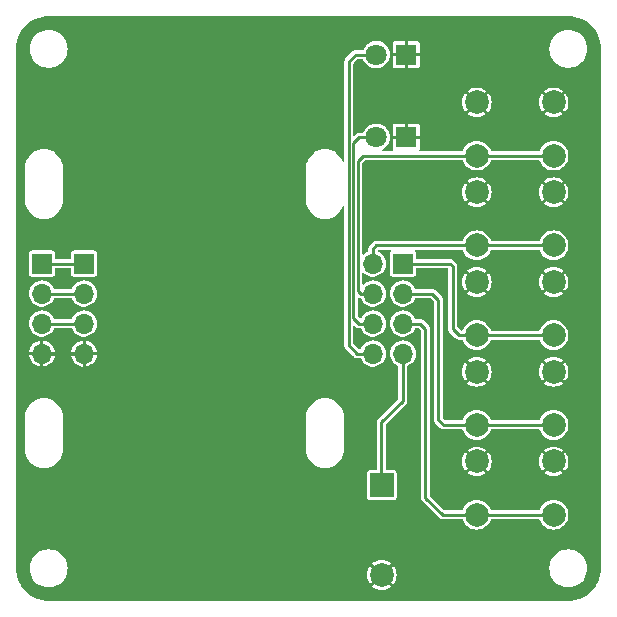
<source format=gbl>
%TF.GenerationSoftware,KiCad,Pcbnew,(6.0.2)*%
%TF.CreationDate,2022-03-15T19:18:54-04:00*%
%TF.ProjectId,Pi1541_Control_Pannel,50693135-3431-45f4-936f-6e74726f6c5f,1.0*%
%TF.SameCoordinates,Original*%
%TF.FileFunction,Copper,L2,Bot*%
%TF.FilePolarity,Positive*%
%FSLAX46Y46*%
G04 Gerber Fmt 4.6, Leading zero omitted, Abs format (unit mm)*
G04 Created by KiCad (PCBNEW (6.0.2)) date 2022-03-15 19:18:54*
%MOMM*%
%LPD*%
G01*
G04 APERTURE LIST*
%TA.AperFunction,ComponentPad*%
%ADD10R,1.700000X1.700000*%
%TD*%
%TA.AperFunction,ComponentPad*%
%ADD11O,1.700000X1.700000*%
%TD*%
%TA.AperFunction,ComponentPad*%
%ADD12C,2.000000*%
%TD*%
%TA.AperFunction,ComponentPad*%
%ADD13R,2.000000X2.000000*%
%TD*%
%TA.AperFunction,ComponentPad*%
%ADD14R,1.800000X1.800000*%
%TD*%
%TA.AperFunction,ComponentPad*%
%ADD15C,1.800000*%
%TD*%
%TA.AperFunction,Conductor*%
%ADD16C,0.254000*%
%TD*%
G04 APERTURE END LIST*
D10*
X129435000Y-76190000D03*
D11*
X129435000Y-78730000D03*
X129435000Y-81270000D03*
X129435000Y-83810000D03*
D12*
X166250000Y-74650000D03*
X172750000Y-74650000D03*
X172750000Y-70150000D03*
X166250000Y-70150000D03*
D13*
X158200000Y-94950000D03*
D12*
X158200000Y-102550000D03*
X166250000Y-82250000D03*
X172750000Y-82250000D03*
X166250000Y-77750000D03*
X172750000Y-77750000D03*
D14*
X160275000Y-65500000D03*
D15*
X157735000Y-65500000D03*
D12*
X172750000Y-67050000D03*
X166250000Y-67050000D03*
X166250000Y-62550000D03*
X172750000Y-62550000D03*
D14*
X160275000Y-58500000D03*
D15*
X157735000Y-58500000D03*
D12*
X166250000Y-89850000D03*
X172750000Y-89850000D03*
X172750000Y-85350000D03*
X166250000Y-85350000D03*
X172750000Y-97450000D03*
X166250000Y-97450000D03*
X166250000Y-92950000D03*
X172750000Y-92950000D03*
D10*
X160000000Y-76190000D03*
D11*
X157460000Y-76190000D03*
X160000000Y-78730000D03*
X157460000Y-78730000D03*
X160000000Y-81270000D03*
X157460000Y-81270000D03*
X160000000Y-83810000D03*
X157460000Y-83810000D03*
D10*
X133000000Y-76190000D03*
D11*
X133000000Y-78730000D03*
X133000000Y-81270000D03*
X133000000Y-83810000D03*
D16*
X129435000Y-83810000D02*
X133000000Y-83810000D01*
X129435000Y-81270000D02*
X133000000Y-81270000D01*
X158150936Y-94950000D02*
X158150936Y-89649064D01*
X160000000Y-87800000D02*
X160000000Y-83810000D01*
X158150936Y-89649064D02*
X160000000Y-87800000D01*
X157460000Y-76190000D02*
X157460000Y-74940000D01*
X157460000Y-74940000D02*
X157750000Y-74650000D01*
X166250000Y-74650000D02*
X172750000Y-74650000D01*
X157750000Y-74650000D02*
X166250000Y-74650000D01*
X161470000Y-81270000D02*
X161900000Y-81700000D01*
X161900000Y-96000000D02*
X163350000Y-97450000D01*
X163350000Y-97450000D02*
X166250000Y-97450000D01*
X161900000Y-81700000D02*
X161900000Y-96000000D01*
X160000000Y-81270000D02*
X161470000Y-81270000D01*
X166250000Y-97450000D02*
X172750000Y-97450000D01*
X163000000Y-89400000D02*
X163000000Y-79250000D01*
X166250000Y-89850000D02*
X172750000Y-89850000D01*
X163000000Y-79250000D02*
X162480000Y-78730000D01*
X163450000Y-89850000D02*
X163000000Y-89400000D01*
X162480000Y-78730000D02*
X160000000Y-78730000D01*
X166250000Y-89850000D02*
X163450000Y-89850000D01*
X166250000Y-82250000D02*
X172750000Y-82250000D01*
X163990000Y-76190000D02*
X164200000Y-76400000D01*
X164200000Y-81700000D02*
X164750000Y-82250000D01*
X164200000Y-76400000D02*
X164200000Y-81700000D01*
X164750000Y-82250000D02*
X166250000Y-82250000D01*
X160000000Y-76190000D02*
X163990000Y-76190000D01*
X129435000Y-76190000D02*
X133000000Y-76190000D01*
X129435000Y-78730000D02*
X133000000Y-78730000D01*
X157460000Y-78730000D02*
X156430000Y-78730000D01*
X156180520Y-78480520D02*
X156180520Y-67519480D01*
X156180520Y-67519480D02*
X156650000Y-67050000D01*
X156430000Y-78730000D02*
X156180520Y-78480520D01*
X156650000Y-67050000D02*
X166250000Y-67050000D01*
X166250000Y-67050000D02*
X172750000Y-67050000D01*
X156000000Y-58500000D02*
X157735000Y-58500000D01*
X155419480Y-59080520D02*
X156000000Y-58500000D01*
X156110000Y-83810000D02*
X155419480Y-83119480D01*
X155419480Y-83119480D02*
X155419480Y-59080520D01*
X157460000Y-83810000D02*
X156110000Y-83810000D01*
X156300000Y-65500000D02*
X157735000Y-65500000D01*
X156270000Y-81270000D02*
X155800000Y-80800000D01*
X157460000Y-81270000D02*
X156270000Y-81270000D01*
X155800000Y-66000000D02*
X156300000Y-65500000D01*
X155800000Y-80800000D02*
X155800000Y-66000000D01*
%TA.AperFunction,Conductor*%
G36*
X173981021Y-55255201D02*
G01*
X174000000Y-55258976D01*
X174011734Y-55256642D01*
X174027420Y-55255540D01*
X174303958Y-55271070D01*
X174310910Y-55271853D01*
X174463033Y-55297700D01*
X174607585Y-55322261D01*
X174614418Y-55323821D01*
X174753348Y-55363846D01*
X174903577Y-55407126D01*
X174910184Y-55409438D01*
X175148785Y-55508270D01*
X175188205Y-55524598D01*
X175194513Y-55527636D01*
X175457885Y-55673196D01*
X175463815Y-55676922D01*
X175709239Y-55851059D01*
X175714719Y-55855429D01*
X175939098Y-56055946D01*
X175944054Y-56060902D01*
X176144571Y-56285281D01*
X176148941Y-56290761D01*
X176323078Y-56536185D01*
X176326804Y-56542115D01*
X176412204Y-56696634D01*
X176472361Y-56805480D01*
X176475402Y-56811795D01*
X176575720Y-57053983D01*
X176590560Y-57089811D01*
X176592875Y-57096427D01*
X176676179Y-57385582D01*
X176677739Y-57392415D01*
X176728146Y-57689083D01*
X176728930Y-57696042D01*
X176739929Y-57891890D01*
X176744460Y-57972577D01*
X176743358Y-57988266D01*
X176741024Y-58000000D01*
X176742225Y-58006038D01*
X176744799Y-58018979D01*
X176746000Y-58031172D01*
X176746000Y-101968828D01*
X176744799Y-101981021D01*
X176741024Y-102000000D01*
X176743358Y-102011734D01*
X176744460Y-102027420D01*
X176728931Y-102303952D01*
X176728147Y-102310910D01*
X176718915Y-102365246D01*
X176677739Y-102607585D01*
X176676179Y-102614418D01*
X176592875Y-102903573D01*
X176590562Y-102910184D01*
X176574946Y-102947885D01*
X176475402Y-103188205D01*
X176472364Y-103194513D01*
X176339461Y-103434983D01*
X176326806Y-103457881D01*
X176323078Y-103463815D01*
X176148941Y-103709239D01*
X176144571Y-103714719D01*
X175944054Y-103939098D01*
X175939098Y-103944054D01*
X175714719Y-104144571D01*
X175709239Y-104148941D01*
X175463815Y-104323078D01*
X175457885Y-104326804D01*
X175194513Y-104472364D01*
X175188204Y-104475402D01*
X174910184Y-104590562D01*
X174903577Y-104592874D01*
X174789914Y-104625620D01*
X174614418Y-104676179D01*
X174607585Y-104677739D01*
X174463033Y-104702300D01*
X174310910Y-104728147D01*
X174303958Y-104728930D01*
X174027420Y-104744460D01*
X174011734Y-104743358D01*
X174000000Y-104741024D01*
X173993962Y-104742225D01*
X173981021Y-104744799D01*
X173968828Y-104746000D01*
X130031172Y-104746000D01*
X130018979Y-104744799D01*
X130006038Y-104742225D01*
X130000000Y-104741024D01*
X129988266Y-104743358D01*
X129972580Y-104744460D01*
X129696042Y-104728930D01*
X129689090Y-104728147D01*
X129536967Y-104702300D01*
X129392415Y-104677739D01*
X129385582Y-104676179D01*
X129210086Y-104625620D01*
X129096423Y-104592874D01*
X129089816Y-104590562D01*
X128811796Y-104475402D01*
X128805487Y-104472364D01*
X128542115Y-104326804D01*
X128536185Y-104323078D01*
X128290761Y-104148941D01*
X128285281Y-104144571D01*
X128060902Y-103944054D01*
X128055946Y-103939098D01*
X127855429Y-103714719D01*
X127851059Y-103709239D01*
X127676922Y-103463815D01*
X127673194Y-103457881D01*
X127660539Y-103434983D01*
X127527636Y-103194513D01*
X127524598Y-103188205D01*
X127425054Y-102947885D01*
X127409438Y-102910184D01*
X127407125Y-102903573D01*
X127323821Y-102614418D01*
X127322261Y-102607585D01*
X127281085Y-102365246D01*
X127271853Y-102310910D01*
X127271069Y-102303952D01*
X127255540Y-102027420D01*
X127256642Y-102011734D01*
X127258976Y-102000000D01*
X128390539Y-102000000D01*
X128410354Y-102251775D01*
X128469312Y-102497351D01*
X128470254Y-102499625D01*
X128565017Y-102728405D01*
X128565021Y-102728412D01*
X128565960Y-102730680D01*
X128567245Y-102732776D01*
X128567246Y-102732779D01*
X128570688Y-102738395D01*
X128697919Y-102946017D01*
X128861939Y-103138061D01*
X129053983Y-103302081D01*
X129269320Y-103434040D01*
X129271588Y-103434979D01*
X129271595Y-103434983D01*
X129466148Y-103515569D01*
X129502649Y-103530688D01*
X129748225Y-103589646D01*
X129804882Y-103594105D01*
X129935725Y-103604403D01*
X129935738Y-103604404D01*
X129936964Y-103604500D01*
X130063036Y-103604500D01*
X130064262Y-103604404D01*
X130064275Y-103604403D01*
X130195118Y-103594105D01*
X130251775Y-103589646D01*
X130497351Y-103530688D01*
X130512631Y-103524359D01*
X157410395Y-103524359D01*
X157412499Y-103529438D01*
X157568368Y-103638577D01*
X157573079Y-103641298D01*
X157766996Y-103731723D01*
X157772105Y-103733583D01*
X157978777Y-103788960D01*
X157984131Y-103789904D01*
X158197280Y-103808552D01*
X158202720Y-103808552D01*
X158415869Y-103789904D01*
X158421223Y-103788960D01*
X158627895Y-103733583D01*
X158633004Y-103731723D01*
X158826921Y-103641298D01*
X158831632Y-103638577D01*
X158984570Y-103531490D01*
X158989682Y-103523465D01*
X158988492Y-103518097D01*
X158208790Y-102738395D01*
X158200000Y-102734754D01*
X158191210Y-102738395D01*
X157414036Y-103515569D01*
X157410395Y-103524359D01*
X130512631Y-103524359D01*
X130533852Y-103515569D01*
X130728405Y-103434983D01*
X130728412Y-103434979D01*
X130730680Y-103434040D01*
X130946017Y-103302081D01*
X131138061Y-103138061D01*
X131302081Y-102946017D01*
X131429312Y-102738395D01*
X131432754Y-102732779D01*
X131432755Y-102732776D01*
X131434040Y-102730680D01*
X131434979Y-102728412D01*
X131434983Y-102728405D01*
X131507754Y-102552720D01*
X156941448Y-102552720D01*
X156960096Y-102765869D01*
X156961040Y-102771223D01*
X157016417Y-102977895D01*
X157018277Y-102983004D01*
X157108702Y-103176921D01*
X157111423Y-103181632D01*
X157218510Y-103334570D01*
X157226535Y-103339682D01*
X157231903Y-103338492D01*
X158011605Y-102558790D01*
X158015246Y-102550000D01*
X158384754Y-102550000D01*
X158388395Y-102558790D01*
X159165569Y-103335964D01*
X159174359Y-103339605D01*
X159179438Y-103337501D01*
X159288577Y-103181632D01*
X159291298Y-103176921D01*
X159381723Y-102983004D01*
X159383583Y-102977895D01*
X159438960Y-102771223D01*
X159439904Y-102765869D01*
X159458552Y-102552720D01*
X159458552Y-102547280D01*
X159439904Y-102334131D01*
X159438960Y-102328777D01*
X159383583Y-102122105D01*
X159381723Y-102116996D01*
X159327167Y-102000000D01*
X172390539Y-102000000D01*
X172410354Y-102251775D01*
X172469312Y-102497351D01*
X172470254Y-102499625D01*
X172565017Y-102728405D01*
X172565021Y-102728412D01*
X172565960Y-102730680D01*
X172567245Y-102732776D01*
X172567246Y-102732779D01*
X172570688Y-102738395D01*
X172697919Y-102946017D01*
X172861939Y-103138061D01*
X173053983Y-103302081D01*
X173269320Y-103434040D01*
X173271588Y-103434979D01*
X173271595Y-103434983D01*
X173466148Y-103515569D01*
X173502649Y-103530688D01*
X173748225Y-103589646D01*
X173804882Y-103594105D01*
X173935725Y-103604403D01*
X173935738Y-103604404D01*
X173936964Y-103604500D01*
X174063036Y-103604500D01*
X174064262Y-103604404D01*
X174064275Y-103604403D01*
X174195118Y-103594105D01*
X174251775Y-103589646D01*
X174497351Y-103530688D01*
X174533852Y-103515569D01*
X174728405Y-103434983D01*
X174728412Y-103434979D01*
X174730680Y-103434040D01*
X174946017Y-103302081D01*
X175138061Y-103138061D01*
X175302081Y-102946017D01*
X175429312Y-102738395D01*
X175432754Y-102732779D01*
X175432755Y-102732776D01*
X175434040Y-102730680D01*
X175434979Y-102728412D01*
X175434983Y-102728405D01*
X175529746Y-102499625D01*
X175530688Y-102497351D01*
X175589646Y-102251775D01*
X175609461Y-102000000D01*
X175589646Y-101748225D01*
X175530688Y-101502649D01*
X175512485Y-101458702D01*
X175434983Y-101271595D01*
X175434979Y-101271588D01*
X175434040Y-101269320D01*
X175302081Y-101053983D01*
X175138061Y-100861939D01*
X174946017Y-100697919D01*
X174730680Y-100565960D01*
X174728412Y-100565021D01*
X174728405Y-100565017D01*
X174499625Y-100470254D01*
X174499626Y-100470254D01*
X174497351Y-100469312D01*
X174251775Y-100410354D01*
X174195118Y-100405895D01*
X174064275Y-100395597D01*
X174064262Y-100395596D01*
X174063036Y-100395500D01*
X173936964Y-100395500D01*
X173935738Y-100395596D01*
X173935725Y-100395597D01*
X173804882Y-100405895D01*
X173748225Y-100410354D01*
X173502649Y-100469312D01*
X173500374Y-100470254D01*
X173500375Y-100470254D01*
X173271595Y-100565017D01*
X173271588Y-100565021D01*
X173269320Y-100565960D01*
X173053983Y-100697919D01*
X172861939Y-100861939D01*
X172697919Y-101053983D01*
X172565960Y-101269320D01*
X172565021Y-101271588D01*
X172565017Y-101271595D01*
X172487515Y-101458702D01*
X172469312Y-101502649D01*
X172410354Y-101748225D01*
X172390539Y-102000000D01*
X159327167Y-102000000D01*
X159291298Y-101923079D01*
X159288577Y-101918368D01*
X159181490Y-101765430D01*
X159173465Y-101760318D01*
X159168097Y-101761508D01*
X158388395Y-102541210D01*
X158384754Y-102550000D01*
X158015246Y-102550000D01*
X158011605Y-102541210D01*
X157234431Y-101764036D01*
X157225641Y-101760395D01*
X157220562Y-101762499D01*
X157111423Y-101918368D01*
X157108702Y-101923079D01*
X157018277Y-102116996D01*
X157016417Y-102122105D01*
X156961040Y-102328777D01*
X156960096Y-102334131D01*
X156941448Y-102547280D01*
X156941448Y-102552720D01*
X131507754Y-102552720D01*
X131529746Y-102499625D01*
X131530688Y-102497351D01*
X131589646Y-102251775D01*
X131609461Y-102000000D01*
X131589646Y-101748225D01*
X131548427Y-101576535D01*
X157410318Y-101576535D01*
X157411508Y-101581903D01*
X158191210Y-102361605D01*
X158200000Y-102365246D01*
X158208790Y-102361605D01*
X158985964Y-101584431D01*
X158989605Y-101575641D01*
X158987501Y-101570562D01*
X158831632Y-101461423D01*
X158826921Y-101458702D01*
X158633004Y-101368277D01*
X158627895Y-101366417D01*
X158421223Y-101311040D01*
X158415869Y-101310096D01*
X158202720Y-101291448D01*
X158197280Y-101291448D01*
X157984131Y-101310096D01*
X157978777Y-101311040D01*
X157772105Y-101366417D01*
X157766996Y-101368277D01*
X157573079Y-101458702D01*
X157568368Y-101461423D01*
X157415430Y-101568510D01*
X157410318Y-101576535D01*
X131548427Y-101576535D01*
X131530688Y-101502649D01*
X131512485Y-101458702D01*
X131434983Y-101271595D01*
X131434979Y-101271588D01*
X131434040Y-101269320D01*
X131302081Y-101053983D01*
X131138061Y-100861939D01*
X130946017Y-100697919D01*
X130730680Y-100565960D01*
X130728412Y-100565021D01*
X130728405Y-100565017D01*
X130499625Y-100470254D01*
X130499626Y-100470254D01*
X130497351Y-100469312D01*
X130251775Y-100410354D01*
X130195118Y-100405895D01*
X130064275Y-100395597D01*
X130064262Y-100395596D01*
X130063036Y-100395500D01*
X129936964Y-100395500D01*
X129935738Y-100395596D01*
X129935725Y-100395597D01*
X129804882Y-100405895D01*
X129748225Y-100410354D01*
X129502649Y-100469312D01*
X129500374Y-100470254D01*
X129500375Y-100470254D01*
X129271595Y-100565017D01*
X129271588Y-100565021D01*
X129269320Y-100565960D01*
X129053983Y-100697919D01*
X128861939Y-100861939D01*
X128697919Y-101053983D01*
X128565960Y-101269320D01*
X128565021Y-101271588D01*
X128565017Y-101271595D01*
X128487515Y-101458702D01*
X128469312Y-101502649D01*
X128410354Y-101748225D01*
X128390539Y-102000000D01*
X127258976Y-102000000D01*
X127255201Y-101981021D01*
X127254000Y-101968828D01*
X127254000Y-93924933D01*
X156945500Y-93924933D01*
X156945501Y-95975066D01*
X156960266Y-96049301D01*
X157016516Y-96133484D01*
X157021633Y-96136903D01*
X157095580Y-96186314D01*
X157095582Y-96186315D01*
X157100699Y-96189734D01*
X157133753Y-96196309D01*
X157171920Y-96203901D01*
X157171923Y-96203901D01*
X157174933Y-96204500D01*
X158200000Y-96204500D01*
X159225066Y-96204499D01*
X159228075Y-96203900D01*
X159228080Y-96203900D01*
X159293263Y-96190935D01*
X159299301Y-96189734D01*
X159383484Y-96133484D01*
X159439734Y-96049301D01*
X159454500Y-95975067D01*
X159454499Y-93924934D01*
X159453140Y-93918097D01*
X159440935Y-93856737D01*
X159439734Y-93850699D01*
X159383484Y-93766516D01*
X159343325Y-93739682D01*
X159304420Y-93713686D01*
X159304418Y-93713685D01*
X159299301Y-93710266D01*
X159266247Y-93703691D01*
X159228080Y-93696099D01*
X159228077Y-93696099D01*
X159225067Y-93695500D01*
X158594936Y-93695500D01*
X158550742Y-93677194D01*
X158532436Y-93633000D01*
X158532436Y-89832974D01*
X158550742Y-89788780D01*
X159300913Y-89038609D01*
X160236264Y-88103259D01*
X160246553Y-88094950D01*
X160255961Y-88088876D01*
X160255964Y-88088873D01*
X160260304Y-88086071D01*
X160283546Y-88056589D01*
X160288434Y-88051089D01*
X160292171Y-88047352D01*
X160304354Y-88030304D01*
X160306077Y-88028009D01*
X160338934Y-87986330D01*
X160340647Y-87981452D01*
X160342570Y-87977954D01*
X160344330Y-87974361D01*
X160347334Y-87970158D01*
X160348813Y-87965214D01*
X160348814Y-87965211D01*
X160362530Y-87919345D01*
X160363441Y-87916543D01*
X160379711Y-87870213D01*
X160381016Y-87866498D01*
X160381500Y-87860909D01*
X160381500Y-87860650D01*
X160381839Y-87856646D01*
X160382246Y-87853421D01*
X160383725Y-87848476D01*
X160381548Y-87793075D01*
X160381500Y-87790622D01*
X160381500Y-84891769D01*
X160399806Y-84847575D01*
X160423910Y-84832586D01*
X160434400Y-84829025D01*
X160451165Y-84823334D01*
X160628276Y-84724147D01*
X160784345Y-84594345D01*
X160914147Y-84438276D01*
X161013334Y-84261165D01*
X161078584Y-84068945D01*
X161107712Y-83868053D01*
X161109232Y-83810000D01*
X161106303Y-83778116D01*
X161097228Y-83679359D01*
X161090658Y-83607859D01*
X161083456Y-83582322D01*
X161036335Y-83415244D01*
X161036333Y-83415240D01*
X161035557Y-83412487D01*
X160945776Y-83230428D01*
X160932568Y-83212740D01*
X160826037Y-83070078D01*
X160826036Y-83070076D01*
X160824320Y-83067779D01*
X160675258Y-82929987D01*
X160503581Y-82821667D01*
X160315039Y-82746446D01*
X160312233Y-82745888D01*
X160312230Y-82745887D01*
X160118752Y-82707402D01*
X160118750Y-82707402D01*
X160115946Y-82706844D01*
X160020353Y-82705593D01*
X159915833Y-82704224D01*
X159915828Y-82704224D01*
X159912971Y-82704187D01*
X159910151Y-82704672D01*
X159910146Y-82704672D01*
X159797702Y-82723994D01*
X159712910Y-82738564D01*
X159710222Y-82739556D01*
X159710217Y-82739557D01*
X159525151Y-82807832D01*
X159525148Y-82807833D01*
X159522463Y-82808824D01*
X159348010Y-82912612D01*
X159195392Y-83046455D01*
X159069720Y-83205869D01*
X159024700Y-83291438D01*
X158988604Y-83360045D01*
X158975203Y-83385515D01*
X158974356Y-83388242D01*
X158974355Y-83388245D01*
X158942636Y-83490399D01*
X158915007Y-83579378D01*
X158891148Y-83780964D01*
X158891336Y-83783828D01*
X158902190Y-83949431D01*
X158904424Y-83983522D01*
X158905130Y-83986302D01*
X158952659Y-84173444D01*
X158954392Y-84180269D01*
X159039377Y-84364616D01*
X159156533Y-84530389D01*
X159158587Y-84532390D01*
X159158588Y-84532391D01*
X159219924Y-84592141D01*
X159301938Y-84672035D01*
X159470720Y-84784812D01*
X159580673Y-84832052D01*
X159614050Y-84866314D01*
X159618500Y-84889474D01*
X159618500Y-87616090D01*
X159600194Y-87660284D01*
X157914672Y-89345805D01*
X157904383Y-89354114D01*
X157894975Y-89360188D01*
X157894972Y-89360191D01*
X157890632Y-89362993D01*
X157887433Y-89367051D01*
X157867390Y-89392475D01*
X157862502Y-89397975D01*
X157858765Y-89401712D01*
X157857264Y-89403812D01*
X157857261Y-89403816D01*
X157846597Y-89418738D01*
X157844829Y-89421093D01*
X157838510Y-89429109D01*
X157812002Y-89462734D01*
X157810291Y-89467607D01*
X157808377Y-89471087D01*
X157806604Y-89474705D01*
X157803602Y-89478907D01*
X157802123Y-89483851D01*
X157802123Y-89483852D01*
X157788405Y-89529723D01*
X157787495Y-89532520D01*
X157769920Y-89582566D01*
X157769436Y-89588155D01*
X157769436Y-89588414D01*
X157769097Y-89592418D01*
X157768690Y-89595643D01*
X157767211Y-89600588D01*
X157768419Y-89631326D01*
X157769388Y-89655988D01*
X157769436Y-89658442D01*
X157769436Y-93633001D01*
X157751130Y-93677195D01*
X157706936Y-93695501D01*
X157174934Y-93695501D01*
X157171925Y-93696100D01*
X157171920Y-93696100D01*
X157106737Y-93709065D01*
X157100699Y-93710266D01*
X157016516Y-93766516D01*
X156960266Y-93850699D01*
X156959065Y-93856737D01*
X156959065Y-93856738D01*
X156946860Y-93918097D01*
X156945500Y-93924933D01*
X127254000Y-93924933D01*
X127254000Y-91963036D01*
X127995500Y-91963036D01*
X127995596Y-91964262D01*
X127995597Y-91964275D01*
X128005895Y-92095118D01*
X128010354Y-92151775D01*
X128069312Y-92397351D01*
X128070254Y-92399625D01*
X128165017Y-92628405D01*
X128165021Y-92628412D01*
X128165960Y-92630680D01*
X128297919Y-92846017D01*
X128461939Y-93038061D01*
X128653983Y-93202081D01*
X128869320Y-93334040D01*
X128871588Y-93334979D01*
X128871595Y-93334983D01*
X129076145Y-93419710D01*
X129102649Y-93430688D01*
X129348225Y-93489646D01*
X129600000Y-93509461D01*
X129851775Y-93489646D01*
X130097351Y-93430688D01*
X130123855Y-93419710D01*
X130328405Y-93334983D01*
X130328412Y-93334979D01*
X130330680Y-93334040D01*
X130546017Y-93202081D01*
X130738061Y-93038061D01*
X130902081Y-92846017D01*
X131034040Y-92630680D01*
X131034979Y-92628412D01*
X131034983Y-92628405D01*
X131129746Y-92399625D01*
X131130688Y-92397351D01*
X131189646Y-92151775D01*
X131194105Y-92095118D01*
X131204403Y-91964275D01*
X131204404Y-91964262D01*
X131204500Y-91963036D01*
X151795500Y-91963036D01*
X151795596Y-91964262D01*
X151795597Y-91964275D01*
X151805895Y-92095118D01*
X151810354Y-92151775D01*
X151869312Y-92397351D01*
X151870254Y-92399625D01*
X151965017Y-92628405D01*
X151965021Y-92628412D01*
X151965960Y-92630680D01*
X152097919Y-92846017D01*
X152261939Y-93038061D01*
X152453983Y-93202081D01*
X152669320Y-93334040D01*
X152671588Y-93334979D01*
X152671595Y-93334983D01*
X152876145Y-93419710D01*
X152902649Y-93430688D01*
X153148225Y-93489646D01*
X153400000Y-93509461D01*
X153651775Y-93489646D01*
X153897351Y-93430688D01*
X153923855Y-93419710D01*
X154128405Y-93334983D01*
X154128412Y-93334979D01*
X154130680Y-93334040D01*
X154346017Y-93202081D01*
X154538061Y-93038061D01*
X154702081Y-92846017D01*
X154834040Y-92630680D01*
X154834979Y-92628412D01*
X154834983Y-92628405D01*
X154929746Y-92399625D01*
X154930688Y-92397351D01*
X154989646Y-92151775D01*
X154994105Y-92095118D01*
X155004403Y-91964275D01*
X155004404Y-91964262D01*
X155004500Y-91963036D01*
X155004500Y-89136964D01*
X155004404Y-89135738D01*
X155004403Y-89135725D01*
X154989839Y-88950680D01*
X154989646Y-88948225D01*
X154930688Y-88702649D01*
X154915485Y-88665945D01*
X154834983Y-88471595D01*
X154834979Y-88471588D01*
X154834040Y-88469320D01*
X154702081Y-88253983D01*
X154538061Y-88061939D01*
X154346017Y-87897919D01*
X154278666Y-87856646D01*
X154132779Y-87767246D01*
X154132776Y-87767245D01*
X154130680Y-87765960D01*
X154128412Y-87765021D01*
X154128405Y-87765017D01*
X153899625Y-87670254D01*
X153899626Y-87670254D01*
X153897351Y-87669312D01*
X153651775Y-87610354D01*
X153400000Y-87590539D01*
X153148225Y-87610354D01*
X152902649Y-87669312D01*
X152900374Y-87670254D01*
X152900375Y-87670254D01*
X152671595Y-87765017D01*
X152671588Y-87765021D01*
X152669320Y-87765960D01*
X152667224Y-87767245D01*
X152667221Y-87767246D01*
X152521334Y-87856646D01*
X152453983Y-87897919D01*
X152261939Y-88061939D01*
X152097919Y-88253983D01*
X151965960Y-88469320D01*
X151965021Y-88471588D01*
X151965017Y-88471595D01*
X151884515Y-88665945D01*
X151869312Y-88702649D01*
X151810354Y-88948225D01*
X151810161Y-88950680D01*
X151795597Y-89135725D01*
X151795596Y-89135738D01*
X151795500Y-89136964D01*
X151795500Y-91963036D01*
X131204500Y-91963036D01*
X131204500Y-89136964D01*
X131204404Y-89135738D01*
X131204403Y-89135725D01*
X131189839Y-88950680D01*
X131189646Y-88948225D01*
X131130688Y-88702649D01*
X131115485Y-88665945D01*
X131034983Y-88471595D01*
X131034979Y-88471588D01*
X131034040Y-88469320D01*
X130902081Y-88253983D01*
X130738061Y-88061939D01*
X130546017Y-87897919D01*
X130478666Y-87856646D01*
X130332779Y-87767246D01*
X130332776Y-87767245D01*
X130330680Y-87765960D01*
X130328412Y-87765021D01*
X130328405Y-87765017D01*
X130099625Y-87670254D01*
X130099626Y-87670254D01*
X130097351Y-87669312D01*
X129851775Y-87610354D01*
X129600000Y-87590539D01*
X129348225Y-87610354D01*
X129102649Y-87669312D01*
X129100374Y-87670254D01*
X129100375Y-87670254D01*
X128871595Y-87765017D01*
X128871588Y-87765021D01*
X128869320Y-87765960D01*
X128867224Y-87767245D01*
X128867221Y-87767246D01*
X128721334Y-87856646D01*
X128653983Y-87897919D01*
X128461939Y-88061939D01*
X128297919Y-88253983D01*
X128165960Y-88469320D01*
X128165021Y-88471588D01*
X128165017Y-88471595D01*
X128084515Y-88665945D01*
X128069312Y-88702649D01*
X128010354Y-88948225D01*
X128010161Y-88950680D01*
X127995597Y-89135725D01*
X127995596Y-89135738D01*
X127995500Y-89136964D01*
X127995500Y-91963036D01*
X127254000Y-91963036D01*
X127254000Y-83950471D01*
X128337759Y-83950471D01*
X128339732Y-83980581D01*
X128340626Y-83986224D01*
X128389159Y-84177323D01*
X128391066Y-84182707D01*
X128473612Y-84361761D01*
X128476468Y-84366708D01*
X128590257Y-84527717D01*
X128593970Y-84532065D01*
X128735203Y-84669647D01*
X128739636Y-84673236D01*
X128903576Y-84782778D01*
X128908598Y-84785504D01*
X129089744Y-84863331D01*
X129095183Y-84865098D01*
X129287492Y-84908614D01*
X129293141Y-84909357D01*
X129295577Y-84909453D01*
X129303827Y-84906409D01*
X129308000Y-84896869D01*
X129308000Y-84894779D01*
X129562000Y-84894779D01*
X129565641Y-84903569D01*
X129571208Y-84905875D01*
X129690992Y-84888507D01*
X129696541Y-84887175D01*
X129883247Y-84823796D01*
X129888460Y-84821475D01*
X130060492Y-84725133D01*
X130065194Y-84721902D01*
X130216793Y-84595819D01*
X130220819Y-84591793D01*
X130346902Y-84440194D01*
X130350133Y-84435492D01*
X130446475Y-84263460D01*
X130448796Y-84258247D01*
X130512175Y-84071541D01*
X130513507Y-84065992D01*
X130530257Y-83950471D01*
X131902759Y-83950471D01*
X131904732Y-83980581D01*
X131905626Y-83986224D01*
X131954159Y-84177323D01*
X131956066Y-84182707D01*
X132038612Y-84361761D01*
X132041468Y-84366708D01*
X132155257Y-84527717D01*
X132158970Y-84532065D01*
X132300203Y-84669647D01*
X132304636Y-84673236D01*
X132468576Y-84782778D01*
X132473598Y-84785504D01*
X132654744Y-84863331D01*
X132660183Y-84865098D01*
X132852492Y-84908614D01*
X132858141Y-84909357D01*
X132860577Y-84909453D01*
X132868827Y-84906409D01*
X132873000Y-84896869D01*
X132873000Y-84894779D01*
X133127000Y-84894779D01*
X133130641Y-84903569D01*
X133136208Y-84905875D01*
X133255992Y-84888507D01*
X133261541Y-84887175D01*
X133448247Y-84823796D01*
X133453460Y-84821475D01*
X133625492Y-84725133D01*
X133630194Y-84721902D01*
X133781793Y-84595819D01*
X133785819Y-84591793D01*
X133911902Y-84440194D01*
X133915133Y-84435492D01*
X134011475Y-84263460D01*
X134013796Y-84258247D01*
X134077175Y-84071541D01*
X134078507Y-84065992D01*
X134095426Y-83949304D01*
X134093084Y-83940082D01*
X134087904Y-83937000D01*
X133139431Y-83937000D01*
X133130641Y-83940641D01*
X133127000Y-83949431D01*
X133127000Y-84894779D01*
X132873000Y-84894779D01*
X132873000Y-83949431D01*
X132869359Y-83940641D01*
X132860569Y-83937000D01*
X131914307Y-83937000D01*
X131906632Y-83940179D01*
X131902759Y-83950471D01*
X130530257Y-83950471D01*
X130530426Y-83949304D01*
X130528084Y-83940082D01*
X130522904Y-83937000D01*
X129574431Y-83937000D01*
X129565641Y-83940641D01*
X129562000Y-83949431D01*
X129562000Y-84894779D01*
X129308000Y-84894779D01*
X129308000Y-83949431D01*
X129304359Y-83940641D01*
X129295569Y-83937000D01*
X128349307Y-83937000D01*
X128341632Y-83940179D01*
X128337759Y-83950471D01*
X127254000Y-83950471D01*
X127254000Y-83670655D01*
X128339707Y-83670655D01*
X128342290Y-83679811D01*
X128347984Y-83683000D01*
X129295569Y-83683000D01*
X129304359Y-83679359D01*
X129308000Y-83670569D01*
X129562000Y-83670569D01*
X129565641Y-83679359D01*
X129574431Y-83683000D01*
X130519629Y-83683000D01*
X130528419Y-83679359D01*
X130531125Y-83672826D01*
X130530926Y-83670655D01*
X131904707Y-83670655D01*
X131907290Y-83679811D01*
X131912984Y-83683000D01*
X132860569Y-83683000D01*
X132869359Y-83679359D01*
X132873000Y-83670569D01*
X133127000Y-83670569D01*
X133130641Y-83679359D01*
X133139431Y-83683000D01*
X134084629Y-83683000D01*
X134093419Y-83679359D01*
X134096125Y-83672826D01*
X134090426Y-83610805D01*
X134089385Y-83605187D01*
X134035867Y-83415424D01*
X134033824Y-83410102D01*
X133946616Y-83233261D01*
X133943630Y-83228389D01*
X133825664Y-83070414D01*
X133821841Y-83066169D01*
X133677060Y-82932334D01*
X133672525Y-82928854D01*
X133505774Y-82823642D01*
X133500696Y-82821054D01*
X133317553Y-82747988D01*
X133312087Y-82746369D01*
X133139193Y-82711978D01*
X133129861Y-82713834D01*
X133127000Y-82718117D01*
X133127000Y-83670569D01*
X132873000Y-83670569D01*
X132873000Y-82723994D01*
X132869359Y-82715204D01*
X132864214Y-82713073D01*
X132715870Y-82738563D01*
X132710347Y-82740042D01*
X132525367Y-82808285D01*
X132520218Y-82810741D01*
X132350770Y-82911552D01*
X132346148Y-82914911D01*
X132197910Y-83044912D01*
X132193983Y-83049050D01*
X132071913Y-83203895D01*
X132068809Y-83208674D01*
X131976998Y-83383177D01*
X131974819Y-83388437D01*
X131916346Y-83576752D01*
X131915162Y-83582322D01*
X131904707Y-83670655D01*
X130530926Y-83670655D01*
X130525426Y-83610805D01*
X130524385Y-83605187D01*
X130470867Y-83415424D01*
X130468824Y-83410102D01*
X130381616Y-83233261D01*
X130378630Y-83228389D01*
X130260664Y-83070414D01*
X130256841Y-83066169D01*
X130112060Y-82932334D01*
X130107525Y-82928854D01*
X129940774Y-82823642D01*
X129935696Y-82821054D01*
X129752553Y-82747988D01*
X129747087Y-82746369D01*
X129574193Y-82711978D01*
X129564861Y-82713834D01*
X129562000Y-82718117D01*
X129562000Y-83670569D01*
X129308000Y-83670569D01*
X129308000Y-82723994D01*
X129304359Y-82715204D01*
X129299214Y-82713073D01*
X129150870Y-82738563D01*
X129145347Y-82740042D01*
X128960367Y-82808285D01*
X128955218Y-82810741D01*
X128785770Y-82911552D01*
X128781148Y-82914911D01*
X128632910Y-83044912D01*
X128628983Y-83049050D01*
X128506913Y-83203895D01*
X128503809Y-83208674D01*
X128411998Y-83383177D01*
X128409819Y-83388437D01*
X128351346Y-83576752D01*
X128350162Y-83582322D01*
X128339707Y-83670655D01*
X127254000Y-83670655D01*
X127254000Y-81240964D01*
X128326148Y-81240964D01*
X128326336Y-81243828D01*
X128339229Y-81440543D01*
X128339424Y-81443522D01*
X128340130Y-81446302D01*
X128387427Y-81632530D01*
X128389392Y-81640269D01*
X128474377Y-81824616D01*
X128591533Y-81990389D01*
X128593587Y-81992390D01*
X128593588Y-81992391D01*
X128654924Y-82052141D01*
X128736938Y-82132035D01*
X128905720Y-82244812D01*
X128992124Y-82281934D01*
X129089588Y-82323808D01*
X129089590Y-82323809D01*
X129092228Y-82324942D01*
X129192641Y-82347663D01*
X129287426Y-82369111D01*
X129287429Y-82369111D01*
X129290216Y-82369742D01*
X129380164Y-82373276D01*
X129490193Y-82377600D01*
X129490197Y-82377600D01*
X129493053Y-82377712D01*
X129693945Y-82348584D01*
X129886165Y-82283334D01*
X130063276Y-82184147D01*
X130219345Y-82054345D01*
X130349147Y-81898276D01*
X130448334Y-81721165D01*
X130457586Y-81693910D01*
X130489126Y-81657945D01*
X130516769Y-81651500D01*
X131919561Y-81651500D01*
X131963755Y-81669806D01*
X131976320Y-81687834D01*
X132039377Y-81824616D01*
X132156533Y-81990389D01*
X132158587Y-81992390D01*
X132158588Y-81992391D01*
X132219924Y-82052141D01*
X132301938Y-82132035D01*
X132470720Y-82244812D01*
X132557124Y-82281934D01*
X132654588Y-82323808D01*
X132654590Y-82323809D01*
X132657228Y-82324942D01*
X132757641Y-82347663D01*
X132852426Y-82369111D01*
X132852429Y-82369111D01*
X132855216Y-82369742D01*
X132945164Y-82373276D01*
X133055193Y-82377600D01*
X133055197Y-82377600D01*
X133058053Y-82377712D01*
X133258945Y-82348584D01*
X133451165Y-82283334D01*
X133628276Y-82184147D01*
X133784345Y-82054345D01*
X133914147Y-81898276D01*
X134013334Y-81721165D01*
X134078584Y-81528945D01*
X134093730Y-81424483D01*
X134107449Y-81329869D01*
X134107449Y-81329864D01*
X134107712Y-81328053D01*
X134109232Y-81270000D01*
X134106303Y-81238116D01*
X134090920Y-81070714D01*
X134090658Y-81067859D01*
X134089879Y-81065096D01*
X134036335Y-80875244D01*
X134036333Y-80875240D01*
X134035557Y-80872487D01*
X133945776Y-80690428D01*
X133927437Y-80665869D01*
X133826037Y-80530078D01*
X133826036Y-80530076D01*
X133824320Y-80527779D01*
X133675258Y-80389987D01*
X133503581Y-80281667D01*
X133315039Y-80206446D01*
X133312233Y-80205888D01*
X133312230Y-80205887D01*
X133118752Y-80167402D01*
X133118750Y-80167402D01*
X133115946Y-80166844D01*
X133020353Y-80165593D01*
X132915833Y-80164224D01*
X132915828Y-80164224D01*
X132912971Y-80164187D01*
X132910151Y-80164672D01*
X132910146Y-80164672D01*
X132793751Y-80184673D01*
X132712910Y-80198564D01*
X132710222Y-80199556D01*
X132710217Y-80199557D01*
X132525151Y-80267832D01*
X132525148Y-80267833D01*
X132522463Y-80268824D01*
X132348010Y-80372612D01*
X132195392Y-80506455D01*
X132069720Y-80665869D01*
X131975203Y-80845515D01*
X131974354Y-80848250D01*
X131973662Y-80849920D01*
X131939836Y-80883743D01*
X131915920Y-80888500D01*
X130517319Y-80888500D01*
X130473125Y-80870194D01*
X130461264Y-80853643D01*
X130382044Y-80692999D01*
X130382043Y-80692998D01*
X130380776Y-80690428D01*
X130362437Y-80665869D01*
X130261037Y-80530078D01*
X130261036Y-80530076D01*
X130259320Y-80527779D01*
X130110258Y-80389987D01*
X129938581Y-80281667D01*
X129750039Y-80206446D01*
X129747233Y-80205888D01*
X129747230Y-80205887D01*
X129553752Y-80167402D01*
X129553750Y-80167402D01*
X129550946Y-80166844D01*
X129455353Y-80165593D01*
X129350833Y-80164224D01*
X129350828Y-80164224D01*
X129347971Y-80164187D01*
X129345151Y-80164672D01*
X129345146Y-80164672D01*
X129228751Y-80184673D01*
X129147910Y-80198564D01*
X129145222Y-80199556D01*
X129145217Y-80199557D01*
X128960151Y-80267832D01*
X128960148Y-80267833D01*
X128957463Y-80268824D01*
X128783010Y-80372612D01*
X128630392Y-80506455D01*
X128504720Y-80665869D01*
X128410203Y-80845515D01*
X128409356Y-80848242D01*
X128409355Y-80848245D01*
X128360217Y-81006497D01*
X128350007Y-81039378D01*
X128326148Y-81240964D01*
X127254000Y-81240964D01*
X127254000Y-78700964D01*
X128326148Y-78700964D01*
X128339424Y-78903522D01*
X128340130Y-78906302D01*
X128387533Y-79092948D01*
X128389392Y-79100269D01*
X128474377Y-79284616D01*
X128591533Y-79450389D01*
X128736938Y-79592035D01*
X128905720Y-79704812D01*
X128992124Y-79741934D01*
X129089588Y-79783808D01*
X129089590Y-79783809D01*
X129092228Y-79784942D01*
X129192641Y-79807663D01*
X129287426Y-79829111D01*
X129287429Y-79829111D01*
X129290216Y-79829742D01*
X129380164Y-79833276D01*
X129490193Y-79837600D01*
X129490197Y-79837600D01*
X129493053Y-79837712D01*
X129693945Y-79808584D01*
X129886165Y-79743334D01*
X130063276Y-79644147D01*
X130219345Y-79514345D01*
X130349147Y-79358276D01*
X130448334Y-79181165D01*
X130457586Y-79153910D01*
X130489126Y-79117945D01*
X130516769Y-79111500D01*
X131919561Y-79111500D01*
X131963755Y-79129806D01*
X131976320Y-79147834D01*
X131979121Y-79153910D01*
X132039377Y-79284616D01*
X132156533Y-79450389D01*
X132301938Y-79592035D01*
X132470720Y-79704812D01*
X132557124Y-79741934D01*
X132654588Y-79783808D01*
X132654590Y-79783809D01*
X132657228Y-79784942D01*
X132757641Y-79807663D01*
X132852426Y-79829111D01*
X132852429Y-79829111D01*
X132855216Y-79829742D01*
X132945164Y-79833276D01*
X133055193Y-79837600D01*
X133055197Y-79837600D01*
X133058053Y-79837712D01*
X133258945Y-79808584D01*
X133451165Y-79743334D01*
X133628276Y-79644147D01*
X133784345Y-79514345D01*
X133914147Y-79358276D01*
X134013334Y-79181165D01*
X134078584Y-78988945D01*
X134099992Y-78841298D01*
X134107449Y-78789869D01*
X134107449Y-78789864D01*
X134107712Y-78788053D01*
X134109232Y-78730000D01*
X134108139Y-78718097D01*
X134091544Y-78537501D01*
X134090658Y-78527859D01*
X134089879Y-78525096D01*
X134036335Y-78335244D01*
X134036333Y-78335240D01*
X134035557Y-78332487D01*
X133945776Y-78150428D01*
X133927437Y-78125869D01*
X133826037Y-77990078D01*
X133826036Y-77990076D01*
X133824320Y-77987779D01*
X133675258Y-77849987D01*
X133503581Y-77741667D01*
X133315039Y-77666446D01*
X133312233Y-77665888D01*
X133312230Y-77665887D01*
X133118752Y-77627402D01*
X133118750Y-77627402D01*
X133115946Y-77626844D01*
X133020353Y-77625593D01*
X132915833Y-77624224D01*
X132915828Y-77624224D01*
X132912971Y-77624187D01*
X132910151Y-77624672D01*
X132910146Y-77624672D01*
X132793751Y-77644673D01*
X132712910Y-77658564D01*
X132710222Y-77659556D01*
X132710217Y-77659557D01*
X132525151Y-77727832D01*
X132525148Y-77727833D01*
X132522463Y-77728824D01*
X132348010Y-77832612D01*
X132259310Y-77910400D01*
X132205729Y-77957390D01*
X132195392Y-77966455D01*
X132069720Y-78125869D01*
X131975203Y-78305515D01*
X131974354Y-78308250D01*
X131973662Y-78309920D01*
X131939836Y-78343743D01*
X131915920Y-78348500D01*
X130517319Y-78348500D01*
X130473125Y-78330194D01*
X130461264Y-78313643D01*
X130382044Y-78152999D01*
X130382043Y-78152998D01*
X130380776Y-78150428D01*
X130362437Y-78125869D01*
X130261037Y-77990078D01*
X130261036Y-77990076D01*
X130259320Y-77987779D01*
X130110258Y-77849987D01*
X129938581Y-77741667D01*
X129750039Y-77666446D01*
X129747233Y-77665888D01*
X129747230Y-77665887D01*
X129553752Y-77627402D01*
X129553750Y-77627402D01*
X129550946Y-77626844D01*
X129455353Y-77625593D01*
X129350833Y-77624224D01*
X129350828Y-77624224D01*
X129347971Y-77624187D01*
X129345151Y-77624672D01*
X129345146Y-77624672D01*
X129228751Y-77644673D01*
X129147910Y-77658564D01*
X129145222Y-77659556D01*
X129145217Y-77659557D01*
X128960151Y-77727832D01*
X128960148Y-77727833D01*
X128957463Y-77728824D01*
X128783010Y-77832612D01*
X128694310Y-77910400D01*
X128640729Y-77957390D01*
X128630392Y-77966455D01*
X128504720Y-78125869D01*
X128410203Y-78305515D01*
X128409356Y-78308242D01*
X128409355Y-78308245D01*
X128359223Y-78469696D01*
X128350007Y-78499378D01*
X128326148Y-78700964D01*
X127254000Y-78700964D01*
X127254000Y-75314933D01*
X128330500Y-75314933D01*
X128330501Y-77065066D01*
X128331100Y-77068075D01*
X128331100Y-77068080D01*
X128344065Y-77133262D01*
X128345266Y-77139301D01*
X128401516Y-77223484D01*
X128406633Y-77226903D01*
X128480580Y-77276314D01*
X128480582Y-77276315D01*
X128485699Y-77279734D01*
X128518753Y-77286309D01*
X128556920Y-77293901D01*
X128556923Y-77293901D01*
X128559933Y-77294500D01*
X129435000Y-77294500D01*
X130310066Y-77294499D01*
X130313075Y-77293900D01*
X130313080Y-77293900D01*
X130378263Y-77280935D01*
X130384301Y-77279734D01*
X130468484Y-77223484D01*
X130507688Y-77164812D01*
X130521314Y-77144420D01*
X130521315Y-77144418D01*
X130524734Y-77139301D01*
X130539500Y-77065067D01*
X130539500Y-76634000D01*
X130557806Y-76589806D01*
X130602000Y-76571500D01*
X131833001Y-76571500D01*
X131877195Y-76589806D01*
X131895501Y-76634000D01*
X131895501Y-77065066D01*
X131896100Y-77068075D01*
X131896100Y-77068080D01*
X131909065Y-77133262D01*
X131910266Y-77139301D01*
X131966516Y-77223484D01*
X131971633Y-77226903D01*
X132045580Y-77276314D01*
X132045582Y-77276315D01*
X132050699Y-77279734D01*
X132083753Y-77286309D01*
X132121920Y-77293901D01*
X132121923Y-77293901D01*
X132124933Y-77294500D01*
X133000000Y-77294500D01*
X133875066Y-77294499D01*
X133878075Y-77293900D01*
X133878080Y-77293900D01*
X133943263Y-77280935D01*
X133949301Y-77279734D01*
X134033484Y-77223484D01*
X134072688Y-77164812D01*
X134086314Y-77144420D01*
X134086315Y-77144418D01*
X134089734Y-77139301D01*
X134104500Y-77065067D01*
X134104499Y-75314934D01*
X134103516Y-75309987D01*
X134090935Y-75246737D01*
X134089734Y-75240699D01*
X134033484Y-75156516D01*
X134006064Y-75138194D01*
X133954420Y-75103686D01*
X133954418Y-75103685D01*
X133949301Y-75100266D01*
X133916247Y-75093691D01*
X133878080Y-75086099D01*
X133878077Y-75086099D01*
X133875067Y-75085500D01*
X133871996Y-75085500D01*
X133000001Y-75085501D01*
X132124934Y-75085501D01*
X132121925Y-75086100D01*
X132121920Y-75086100D01*
X132061981Y-75098022D01*
X132050699Y-75100266D01*
X131966516Y-75156516D01*
X131963097Y-75161633D01*
X131936347Y-75201667D01*
X131910266Y-75240699D01*
X131909065Y-75246737D01*
X131909065Y-75246738D01*
X131899564Y-75294504D01*
X131895500Y-75314933D01*
X131895500Y-75746000D01*
X131877194Y-75790194D01*
X131833000Y-75808500D01*
X130601999Y-75808500D01*
X130557805Y-75790194D01*
X130539499Y-75746000D01*
X130539499Y-75314934D01*
X130538516Y-75309987D01*
X130525935Y-75246737D01*
X130524734Y-75240699D01*
X130468484Y-75156516D01*
X130441064Y-75138194D01*
X130389420Y-75103686D01*
X130389418Y-75103685D01*
X130384301Y-75100266D01*
X130351247Y-75093691D01*
X130313080Y-75086099D01*
X130313077Y-75086099D01*
X130310067Y-75085500D01*
X130306996Y-75085500D01*
X129435001Y-75085501D01*
X128559934Y-75085501D01*
X128556925Y-75086100D01*
X128556920Y-75086100D01*
X128496981Y-75098022D01*
X128485699Y-75100266D01*
X128401516Y-75156516D01*
X128398097Y-75161633D01*
X128371347Y-75201667D01*
X128345266Y-75240699D01*
X128344065Y-75246737D01*
X128344065Y-75246738D01*
X128334564Y-75294504D01*
X128330500Y-75314933D01*
X127254000Y-75314933D01*
X127254000Y-70863036D01*
X127995500Y-70863036D01*
X127995596Y-70864262D01*
X127995597Y-70864275D01*
X128001360Y-70937501D01*
X128010354Y-71051775D01*
X128069312Y-71297351D01*
X128070254Y-71299625D01*
X128165017Y-71528405D01*
X128165021Y-71528412D01*
X128165960Y-71530680D01*
X128297919Y-71746017D01*
X128461939Y-71938061D01*
X128653983Y-72102081D01*
X128869320Y-72234040D01*
X128871588Y-72234979D01*
X128871595Y-72234983D01*
X129076145Y-72319710D01*
X129102649Y-72330688D01*
X129348225Y-72389646D01*
X129600000Y-72409461D01*
X129851775Y-72389646D01*
X130097351Y-72330688D01*
X130123855Y-72319710D01*
X130328405Y-72234983D01*
X130328412Y-72234979D01*
X130330680Y-72234040D01*
X130546017Y-72102081D01*
X130738061Y-71938061D01*
X130902081Y-71746017D01*
X131034040Y-71530680D01*
X131034979Y-71528412D01*
X131034983Y-71528405D01*
X131129746Y-71299625D01*
X131130688Y-71297351D01*
X131189646Y-71051775D01*
X131198640Y-70937501D01*
X131204403Y-70864275D01*
X131204404Y-70864262D01*
X131204500Y-70863036D01*
X151795500Y-70863036D01*
X151795596Y-70864262D01*
X151795597Y-70864275D01*
X151801360Y-70937501D01*
X151810354Y-71051775D01*
X151869312Y-71297351D01*
X151870254Y-71299625D01*
X151965017Y-71528405D01*
X151965021Y-71528412D01*
X151965960Y-71530680D01*
X152097919Y-71746017D01*
X152261939Y-71938061D01*
X152453983Y-72102081D01*
X152669320Y-72234040D01*
X152671588Y-72234979D01*
X152671595Y-72234983D01*
X152876145Y-72319710D01*
X152902649Y-72330688D01*
X153148225Y-72389646D01*
X153400000Y-72409461D01*
X153651775Y-72389646D01*
X153897351Y-72330688D01*
X153923855Y-72319710D01*
X154128405Y-72234983D01*
X154128412Y-72234979D01*
X154130680Y-72234040D01*
X154346017Y-72102081D01*
X154538061Y-71938061D01*
X154702081Y-71746017D01*
X154834040Y-71530680D01*
X154834979Y-71528412D01*
X154834983Y-71528405D01*
X154917738Y-71328615D01*
X154951562Y-71294791D01*
X154999398Y-71294791D01*
X155033222Y-71328615D01*
X155037980Y-71352533D01*
X155037980Y-83072104D01*
X155036580Y-83085258D01*
X155033135Y-83101260D01*
X155033742Y-83106390D01*
X155033742Y-83106392D01*
X155037547Y-83138539D01*
X155037980Y-83145885D01*
X155037980Y-83151172D01*
X155041416Y-83171816D01*
X155041827Y-83174703D01*
X155048062Y-83227387D01*
X155050298Y-83232043D01*
X155051413Y-83235882D01*
X155052710Y-83239671D01*
X155053558Y-83244763D01*
X155056009Y-83249306D01*
X155056010Y-83249308D01*
X155078743Y-83291438D01*
X155080080Y-83294063D01*
X155103040Y-83341878D01*
X155106650Y-83346172D01*
X155106835Y-83346357D01*
X155109424Y-83349424D01*
X155111415Y-83351990D01*
X155113868Y-83356537D01*
X155117663Y-83360045D01*
X155154589Y-83394179D01*
X155156358Y-83395880D01*
X155806735Y-84046257D01*
X155815047Y-84056549D01*
X155821124Y-84065961D01*
X155821127Y-84065964D01*
X155823929Y-84070304D01*
X155827987Y-84073503D01*
X155853416Y-84093550D01*
X155858916Y-84098438D01*
X155862649Y-84102171D01*
X155879690Y-84114349D01*
X155881984Y-84116072D01*
X155923670Y-84148934D01*
X155928548Y-84150647D01*
X155932053Y-84152574D01*
X155935639Y-84154331D01*
X155939843Y-84157335D01*
X155990663Y-84172533D01*
X155993465Y-84173444D01*
X156043502Y-84191016D01*
X156047420Y-84191355D01*
X156047423Y-84191356D01*
X156047760Y-84191385D01*
X156047766Y-84191385D01*
X156049091Y-84191500D01*
X156049350Y-84191500D01*
X156053354Y-84191839D01*
X156056579Y-84192246D01*
X156061524Y-84193725D01*
X156116936Y-84191548D01*
X156119389Y-84191500D01*
X156379561Y-84191500D01*
X156423755Y-84209806D01*
X156436320Y-84227834D01*
X156499377Y-84364616D01*
X156616533Y-84530389D01*
X156618587Y-84532390D01*
X156618588Y-84532391D01*
X156679924Y-84592141D01*
X156761938Y-84672035D01*
X156930720Y-84784812D01*
X157016056Y-84821475D01*
X157114588Y-84863808D01*
X157114590Y-84863809D01*
X157117228Y-84864942D01*
X157215484Y-84887175D01*
X157312426Y-84909111D01*
X157312429Y-84909111D01*
X157315216Y-84909742D01*
X157405164Y-84913276D01*
X157515193Y-84917600D01*
X157515197Y-84917600D01*
X157518053Y-84917712D01*
X157522992Y-84916996D01*
X157661804Y-84896869D01*
X157718945Y-84888584D01*
X157911165Y-84823334D01*
X158088276Y-84724147D01*
X158244345Y-84594345D01*
X158374147Y-84438276D01*
X158473334Y-84261165D01*
X158538584Y-84068945D01*
X158567712Y-83868053D01*
X158569232Y-83810000D01*
X158566303Y-83778116D01*
X158557228Y-83679359D01*
X158550658Y-83607859D01*
X158543456Y-83582322D01*
X158496335Y-83415244D01*
X158496333Y-83415240D01*
X158495557Y-83412487D01*
X158405776Y-83230428D01*
X158392568Y-83212740D01*
X158286037Y-83070078D01*
X158286036Y-83070076D01*
X158284320Y-83067779D01*
X158135258Y-82929987D01*
X157963581Y-82821667D01*
X157775039Y-82746446D01*
X157772233Y-82745888D01*
X157772230Y-82745887D01*
X157578752Y-82707402D01*
X157578750Y-82707402D01*
X157575946Y-82706844D01*
X157480353Y-82705593D01*
X157375833Y-82704224D01*
X157375828Y-82704224D01*
X157372971Y-82704187D01*
X157370151Y-82704672D01*
X157370146Y-82704672D01*
X157257702Y-82723994D01*
X157172910Y-82738564D01*
X157170222Y-82739556D01*
X157170217Y-82739557D01*
X156985151Y-82807832D01*
X156985148Y-82807833D01*
X156982463Y-82808824D01*
X156808010Y-82912612D01*
X156655392Y-83046455D01*
X156529720Y-83205869D01*
X156484700Y-83291438D01*
X156448604Y-83360045D01*
X156435203Y-83385515D01*
X156434354Y-83388250D01*
X156433662Y-83389920D01*
X156399836Y-83423743D01*
X156375920Y-83428500D01*
X156293911Y-83428500D01*
X156249717Y-83410194D01*
X155819286Y-82979763D01*
X155800980Y-82935569D01*
X155800980Y-81491391D01*
X155819286Y-81447197D01*
X155863480Y-81428891D01*
X155907674Y-81447197D01*
X155966739Y-81506262D01*
X155975045Y-81516546D01*
X155983929Y-81530304D01*
X155987983Y-81533500D01*
X155987985Y-81533502D01*
X156013411Y-81553546D01*
X156018911Y-81558434D01*
X156022648Y-81562171D01*
X156039696Y-81574354D01*
X156041991Y-81576077D01*
X156083670Y-81608934D01*
X156088548Y-81610647D01*
X156092046Y-81612570D01*
X156095639Y-81614330D01*
X156099842Y-81617334D01*
X156104786Y-81618813D01*
X156104789Y-81618814D01*
X156150655Y-81632530D01*
X156153457Y-81633441D01*
X156203502Y-81651016D01*
X156207420Y-81651355D01*
X156207423Y-81651356D01*
X156207760Y-81651385D01*
X156207766Y-81651385D01*
X156209091Y-81651500D01*
X156209350Y-81651500D01*
X156213354Y-81651839D01*
X156216579Y-81652246D01*
X156221524Y-81653725D01*
X156276925Y-81651548D01*
X156279378Y-81651500D01*
X156379561Y-81651500D01*
X156423755Y-81669806D01*
X156436320Y-81687834D01*
X156499377Y-81824616D01*
X156616533Y-81990389D01*
X156618587Y-81992390D01*
X156618588Y-81992391D01*
X156679924Y-82052141D01*
X156761938Y-82132035D01*
X156930720Y-82244812D01*
X157017124Y-82281934D01*
X157114588Y-82323808D01*
X157114590Y-82323809D01*
X157117228Y-82324942D01*
X157217641Y-82347663D01*
X157312426Y-82369111D01*
X157312429Y-82369111D01*
X157315216Y-82369742D01*
X157405164Y-82373276D01*
X157515193Y-82377600D01*
X157515197Y-82377600D01*
X157518053Y-82377712D01*
X157718945Y-82348584D01*
X157911165Y-82283334D01*
X158088276Y-82184147D01*
X158244345Y-82054345D01*
X158374147Y-81898276D01*
X158473334Y-81721165D01*
X158538584Y-81528945D01*
X158553730Y-81424483D01*
X158567449Y-81329869D01*
X158567449Y-81329864D01*
X158567712Y-81328053D01*
X158569232Y-81270000D01*
X158566565Y-81240964D01*
X158891148Y-81240964D01*
X158891336Y-81243828D01*
X158904229Y-81440543D01*
X158904424Y-81443522D01*
X158905130Y-81446302D01*
X158952427Y-81632530D01*
X158954392Y-81640269D01*
X159039377Y-81824616D01*
X159156533Y-81990389D01*
X159158587Y-81992390D01*
X159158588Y-81992391D01*
X159219924Y-82052141D01*
X159301938Y-82132035D01*
X159470720Y-82244812D01*
X159557124Y-82281934D01*
X159654588Y-82323808D01*
X159654590Y-82323809D01*
X159657228Y-82324942D01*
X159757641Y-82347663D01*
X159852426Y-82369111D01*
X159852429Y-82369111D01*
X159855216Y-82369742D01*
X159945164Y-82373276D01*
X160055193Y-82377600D01*
X160055197Y-82377600D01*
X160058053Y-82377712D01*
X160258945Y-82348584D01*
X160451165Y-82283334D01*
X160628276Y-82184147D01*
X160784345Y-82054345D01*
X160914147Y-81898276D01*
X161013334Y-81721165D01*
X161022586Y-81693910D01*
X161054126Y-81657945D01*
X161081769Y-81651500D01*
X161286090Y-81651500D01*
X161330284Y-81669806D01*
X161500194Y-81839716D01*
X161518500Y-81883910D01*
X161518500Y-95952624D01*
X161517100Y-95965778D01*
X161513655Y-95981780D01*
X161514262Y-95986910D01*
X161514262Y-95986912D01*
X161518067Y-96019059D01*
X161518500Y-96026405D01*
X161518500Y-96031692D01*
X161521936Y-96052336D01*
X161522347Y-96055223D01*
X161528582Y-96107907D01*
X161530818Y-96112563D01*
X161531933Y-96116402D01*
X161533230Y-96120191D01*
X161534078Y-96125283D01*
X161536529Y-96129826D01*
X161536530Y-96129828D01*
X161559263Y-96171958D01*
X161560600Y-96174583D01*
X161583560Y-96222398D01*
X161587170Y-96226692D01*
X161587355Y-96226877D01*
X161589944Y-96229944D01*
X161591935Y-96232510D01*
X161594388Y-96237057D01*
X161598183Y-96240565D01*
X161635109Y-96274699D01*
X161636878Y-96276400D01*
X163046735Y-97686257D01*
X163055047Y-97696549D01*
X163061124Y-97705961D01*
X163061127Y-97705964D01*
X163063929Y-97710304D01*
X163067987Y-97713503D01*
X163093416Y-97733550D01*
X163098916Y-97738438D01*
X163102649Y-97742171D01*
X163119690Y-97754349D01*
X163121984Y-97756072D01*
X163163670Y-97788934D01*
X163168548Y-97790647D01*
X163172053Y-97792574D01*
X163175639Y-97794331D01*
X163179843Y-97797335D01*
X163184792Y-97798815D01*
X163230660Y-97812532D01*
X163233462Y-97813443D01*
X163283502Y-97831016D01*
X163287420Y-97831355D01*
X163287423Y-97831356D01*
X163287738Y-97831383D01*
X163287742Y-97831383D01*
X163289091Y-97831500D01*
X163289359Y-97831500D01*
X163293356Y-97831839D01*
X163296580Y-97832246D01*
X163301525Y-97833725D01*
X163356937Y-97831548D01*
X163359390Y-97831500D01*
X165005512Y-97831500D01*
X165049706Y-97849806D01*
X165064623Y-97875645D01*
X165065014Y-97875503D01*
X165065822Y-97877723D01*
X165065883Y-97877828D01*
X165066653Y-97880703D01*
X165159421Y-98079646D01*
X165160983Y-98081877D01*
X165160986Y-98081882D01*
X165272925Y-98241746D01*
X165285326Y-98259457D01*
X165440543Y-98414674D01*
X165442781Y-98416241D01*
X165618118Y-98539014D01*
X165618123Y-98539017D01*
X165620354Y-98540579D01*
X165819297Y-98633347D01*
X165821938Y-98634055D01*
X165821939Y-98634055D01*
X166028690Y-98689455D01*
X166028694Y-98689456D01*
X166031326Y-98690161D01*
X166034042Y-98690399D01*
X166034044Y-98690399D01*
X166247280Y-98709054D01*
X166250000Y-98709292D01*
X166252720Y-98709054D01*
X166465956Y-98690399D01*
X166465958Y-98690399D01*
X166468674Y-98690161D01*
X166471306Y-98689456D01*
X166471310Y-98689455D01*
X166678061Y-98634055D01*
X166678062Y-98634055D01*
X166680703Y-98633347D01*
X166879646Y-98540579D01*
X166881877Y-98539017D01*
X166881882Y-98539014D01*
X167057219Y-98416241D01*
X167059457Y-98414674D01*
X167214674Y-98259457D01*
X167227075Y-98241746D01*
X167339014Y-98081882D01*
X167339017Y-98081877D01*
X167340579Y-98079646D01*
X167433347Y-97880703D01*
X167434117Y-97877829D01*
X167434159Y-97877774D01*
X167434986Y-97875503D01*
X167435702Y-97875764D01*
X167463231Y-97839878D01*
X167494488Y-97831500D01*
X171505512Y-97831500D01*
X171549706Y-97849806D01*
X171564623Y-97875645D01*
X171565014Y-97875503D01*
X171565822Y-97877723D01*
X171565883Y-97877828D01*
X171566653Y-97880703D01*
X171659421Y-98079646D01*
X171660983Y-98081877D01*
X171660986Y-98081882D01*
X171772925Y-98241746D01*
X171785326Y-98259457D01*
X171940543Y-98414674D01*
X171942781Y-98416241D01*
X172118118Y-98539014D01*
X172118123Y-98539017D01*
X172120354Y-98540579D01*
X172319297Y-98633347D01*
X172321938Y-98634055D01*
X172321939Y-98634055D01*
X172528690Y-98689455D01*
X172528694Y-98689456D01*
X172531326Y-98690161D01*
X172534042Y-98690399D01*
X172534044Y-98690399D01*
X172747280Y-98709054D01*
X172750000Y-98709292D01*
X172752720Y-98709054D01*
X172965956Y-98690399D01*
X172965958Y-98690399D01*
X172968674Y-98690161D01*
X172971306Y-98689456D01*
X172971310Y-98689455D01*
X173178061Y-98634055D01*
X173178062Y-98634055D01*
X173180703Y-98633347D01*
X173379646Y-98540579D01*
X173381877Y-98539017D01*
X173381882Y-98539014D01*
X173557219Y-98416241D01*
X173559457Y-98414674D01*
X173714674Y-98259457D01*
X173727075Y-98241746D01*
X173839014Y-98081882D01*
X173839017Y-98081877D01*
X173840579Y-98079646D01*
X173933347Y-97880703D01*
X173946557Y-97831404D01*
X173989455Y-97671310D01*
X173989456Y-97671306D01*
X173990161Y-97668674D01*
X174009292Y-97450000D01*
X173990161Y-97231326D01*
X173933347Y-97019297D01*
X173840579Y-96820354D01*
X173839017Y-96818123D01*
X173839014Y-96818118D01*
X173716241Y-96642781D01*
X173714674Y-96640543D01*
X173559457Y-96485326D01*
X173541746Y-96472925D01*
X173381882Y-96360986D01*
X173381877Y-96360983D01*
X173379646Y-96359421D01*
X173180703Y-96266653D01*
X173178061Y-96265945D01*
X172971310Y-96210545D01*
X172971306Y-96210544D01*
X172968674Y-96209839D01*
X172965958Y-96209601D01*
X172965956Y-96209601D01*
X172752720Y-96190946D01*
X172750000Y-96190708D01*
X172747280Y-96190946D01*
X172534044Y-96209601D01*
X172534042Y-96209601D01*
X172531326Y-96209839D01*
X172528694Y-96210544D01*
X172528690Y-96210545D01*
X172321939Y-96265945D01*
X172319297Y-96266653D01*
X172120354Y-96359421D01*
X172118123Y-96360983D01*
X172118118Y-96360986D01*
X171958254Y-96472925D01*
X171940543Y-96485326D01*
X171785326Y-96640543D01*
X171783759Y-96642781D01*
X171660986Y-96818118D01*
X171660983Y-96818123D01*
X171659421Y-96820354D01*
X171566653Y-97019297D01*
X171565883Y-97022171D01*
X171565841Y-97022226D01*
X171565014Y-97024497D01*
X171564298Y-97024236D01*
X171536769Y-97060122D01*
X171505512Y-97068500D01*
X167494488Y-97068500D01*
X167450294Y-97050194D01*
X167435377Y-97024355D01*
X167434986Y-97024497D01*
X167434178Y-97022277D01*
X167434117Y-97022172D01*
X167433347Y-97019297D01*
X167340579Y-96820354D01*
X167339017Y-96818123D01*
X167339014Y-96818118D01*
X167216241Y-96642781D01*
X167214674Y-96640543D01*
X167059457Y-96485326D01*
X167041746Y-96472925D01*
X166881882Y-96360986D01*
X166881877Y-96360983D01*
X166879646Y-96359421D01*
X166680703Y-96266653D01*
X166678061Y-96265945D01*
X166471310Y-96210545D01*
X166471306Y-96210544D01*
X166468674Y-96209839D01*
X166465958Y-96209601D01*
X166465956Y-96209601D01*
X166252720Y-96190946D01*
X166250000Y-96190708D01*
X166247280Y-96190946D01*
X166034044Y-96209601D01*
X166034042Y-96209601D01*
X166031326Y-96209839D01*
X166028694Y-96210544D01*
X166028690Y-96210545D01*
X165821939Y-96265945D01*
X165819297Y-96266653D01*
X165620354Y-96359421D01*
X165618123Y-96360983D01*
X165618118Y-96360986D01*
X165458254Y-96472925D01*
X165440543Y-96485326D01*
X165285326Y-96640543D01*
X165283759Y-96642781D01*
X165160986Y-96818118D01*
X165160983Y-96818123D01*
X165159421Y-96820354D01*
X165066653Y-97019297D01*
X165065883Y-97022171D01*
X165065841Y-97022226D01*
X165065014Y-97024497D01*
X165064298Y-97024236D01*
X165036769Y-97060122D01*
X165005512Y-97068500D01*
X163533911Y-97068500D01*
X163489717Y-97050194D01*
X162299806Y-95860283D01*
X162281500Y-95816089D01*
X162281500Y-93924359D01*
X165460395Y-93924359D01*
X165462499Y-93929438D01*
X165618368Y-94038577D01*
X165623079Y-94041298D01*
X165816996Y-94131723D01*
X165822105Y-94133583D01*
X166028777Y-94188960D01*
X166034131Y-94189904D01*
X166247280Y-94208552D01*
X166252720Y-94208552D01*
X166465869Y-94189904D01*
X166471223Y-94188960D01*
X166677895Y-94133583D01*
X166683004Y-94131723D01*
X166876921Y-94041298D01*
X166881632Y-94038577D01*
X167034570Y-93931490D01*
X167039113Y-93924359D01*
X171960395Y-93924359D01*
X171962499Y-93929438D01*
X172118368Y-94038577D01*
X172123079Y-94041298D01*
X172316996Y-94131723D01*
X172322105Y-94133583D01*
X172528777Y-94188960D01*
X172534131Y-94189904D01*
X172747280Y-94208552D01*
X172752720Y-94208552D01*
X172965869Y-94189904D01*
X172971223Y-94188960D01*
X173177895Y-94133583D01*
X173183004Y-94131723D01*
X173376921Y-94041298D01*
X173381632Y-94038577D01*
X173534570Y-93931490D01*
X173539682Y-93923465D01*
X173538492Y-93918097D01*
X172758790Y-93138395D01*
X172750000Y-93134754D01*
X172741210Y-93138395D01*
X171964036Y-93915569D01*
X171960395Y-93924359D01*
X167039113Y-93924359D01*
X167039682Y-93923465D01*
X167038492Y-93918097D01*
X166258790Y-93138395D01*
X166250000Y-93134754D01*
X166241210Y-93138395D01*
X165464036Y-93915569D01*
X165460395Y-93924359D01*
X162281500Y-93924359D01*
X162281500Y-92952720D01*
X164991448Y-92952720D01*
X165010096Y-93165869D01*
X165011040Y-93171223D01*
X165066417Y-93377895D01*
X165068277Y-93383004D01*
X165158702Y-93576921D01*
X165161423Y-93581632D01*
X165268510Y-93734570D01*
X165276535Y-93739682D01*
X165281903Y-93738492D01*
X166061605Y-92958790D01*
X166065246Y-92950000D01*
X166434754Y-92950000D01*
X166438395Y-92958790D01*
X167215569Y-93735964D01*
X167224359Y-93739605D01*
X167229438Y-93737501D01*
X167338577Y-93581632D01*
X167341298Y-93576921D01*
X167431723Y-93383004D01*
X167433583Y-93377895D01*
X167488960Y-93171223D01*
X167489904Y-93165869D01*
X167508552Y-92952720D01*
X171491448Y-92952720D01*
X171510096Y-93165869D01*
X171511040Y-93171223D01*
X171566417Y-93377895D01*
X171568277Y-93383004D01*
X171658702Y-93576921D01*
X171661423Y-93581632D01*
X171768510Y-93734570D01*
X171776535Y-93739682D01*
X171781903Y-93738492D01*
X172561605Y-92958790D01*
X172565246Y-92950000D01*
X172934754Y-92950000D01*
X172938395Y-92958790D01*
X173715569Y-93735964D01*
X173724359Y-93739605D01*
X173729438Y-93737501D01*
X173838577Y-93581632D01*
X173841298Y-93576921D01*
X173931723Y-93383004D01*
X173933583Y-93377895D01*
X173988960Y-93171223D01*
X173989904Y-93165869D01*
X174008552Y-92952720D01*
X174008552Y-92947280D01*
X173989904Y-92734131D01*
X173988960Y-92728777D01*
X173933583Y-92522105D01*
X173931723Y-92516996D01*
X173841298Y-92323079D01*
X173838577Y-92318368D01*
X173731490Y-92165430D01*
X173723465Y-92160318D01*
X173718097Y-92161508D01*
X172938395Y-92941210D01*
X172934754Y-92950000D01*
X172565246Y-92950000D01*
X172561605Y-92941210D01*
X171784431Y-92164036D01*
X171775641Y-92160395D01*
X171770562Y-92162499D01*
X171661423Y-92318368D01*
X171658702Y-92323079D01*
X171568277Y-92516996D01*
X171566417Y-92522105D01*
X171511040Y-92728777D01*
X171510096Y-92734131D01*
X171491448Y-92947280D01*
X171491448Y-92952720D01*
X167508552Y-92952720D01*
X167508552Y-92947280D01*
X167489904Y-92734131D01*
X167488960Y-92728777D01*
X167433583Y-92522105D01*
X167431723Y-92516996D01*
X167341298Y-92323079D01*
X167338577Y-92318368D01*
X167231490Y-92165430D01*
X167223465Y-92160318D01*
X167218097Y-92161508D01*
X166438395Y-92941210D01*
X166434754Y-92950000D01*
X166065246Y-92950000D01*
X166061605Y-92941210D01*
X165284431Y-92164036D01*
X165275641Y-92160395D01*
X165270562Y-92162499D01*
X165161423Y-92318368D01*
X165158702Y-92323079D01*
X165068277Y-92516996D01*
X165066417Y-92522105D01*
X165011040Y-92728777D01*
X165010096Y-92734131D01*
X164991448Y-92947280D01*
X164991448Y-92952720D01*
X162281500Y-92952720D01*
X162281500Y-91976535D01*
X165460318Y-91976535D01*
X165461508Y-91981903D01*
X166241210Y-92761605D01*
X166250000Y-92765246D01*
X166258790Y-92761605D01*
X167035964Y-91984431D01*
X167039235Y-91976535D01*
X171960318Y-91976535D01*
X171961508Y-91981903D01*
X172741210Y-92761605D01*
X172750000Y-92765246D01*
X172758790Y-92761605D01*
X173535964Y-91984431D01*
X173539605Y-91975641D01*
X173537501Y-91970562D01*
X173381632Y-91861423D01*
X173376921Y-91858702D01*
X173183004Y-91768277D01*
X173177895Y-91766417D01*
X172971223Y-91711040D01*
X172965869Y-91710096D01*
X172752720Y-91691448D01*
X172747280Y-91691448D01*
X172534131Y-91710096D01*
X172528777Y-91711040D01*
X172322105Y-91766417D01*
X172316996Y-91768277D01*
X172123079Y-91858702D01*
X172118368Y-91861423D01*
X171965430Y-91968510D01*
X171960318Y-91976535D01*
X167039235Y-91976535D01*
X167039605Y-91975641D01*
X167037501Y-91970562D01*
X166881632Y-91861423D01*
X166876921Y-91858702D01*
X166683004Y-91768277D01*
X166677895Y-91766417D01*
X166471223Y-91711040D01*
X166465869Y-91710096D01*
X166252720Y-91691448D01*
X166247280Y-91691448D01*
X166034131Y-91710096D01*
X166028777Y-91711040D01*
X165822105Y-91766417D01*
X165816996Y-91768277D01*
X165623079Y-91858702D01*
X165618368Y-91861423D01*
X165465430Y-91968510D01*
X165460318Y-91976535D01*
X162281500Y-91976535D01*
X162281500Y-81747380D01*
X162282900Y-81734226D01*
X162286346Y-81718220D01*
X162282641Y-81686912D01*
X162281933Y-81680934D01*
X162281500Y-81673588D01*
X162281500Y-81668308D01*
X162281077Y-81665767D01*
X162281076Y-81665755D01*
X162278068Y-81647688D01*
X162277652Y-81644769D01*
X162277120Y-81640269D01*
X162271418Y-81592093D01*
X162269182Y-81587437D01*
X162268067Y-81583598D01*
X162266770Y-81579809D01*
X162265922Y-81574717D01*
X162259153Y-81562171D01*
X162240737Y-81528042D01*
X162239400Y-81525417D01*
X162218143Y-81481148D01*
X162218142Y-81481146D01*
X162216440Y-81477602D01*
X162212831Y-81473308D01*
X162212639Y-81473116D01*
X162210052Y-81470051D01*
X162208066Y-81467490D01*
X162205612Y-81462943D01*
X162164905Y-81425314D01*
X162163136Y-81423613D01*
X161773263Y-81033740D01*
X161764951Y-81023448D01*
X161758876Y-81014039D01*
X161758873Y-81014036D01*
X161756071Y-81009696D01*
X161726589Y-80986454D01*
X161721089Y-80981566D01*
X161717352Y-80977829D01*
X161715252Y-80976328D01*
X161715248Y-80976325D01*
X161700326Y-80965661D01*
X161697971Y-80963893D01*
X161686439Y-80954802D01*
X161656330Y-80931066D01*
X161651457Y-80929355D01*
X161647977Y-80927441D01*
X161644359Y-80925668D01*
X161640157Y-80922666D01*
X161589337Y-80907468D01*
X161586540Y-80906558D01*
X161536498Y-80888984D01*
X161532580Y-80888645D01*
X161532577Y-80888644D01*
X161532240Y-80888615D01*
X161532234Y-80888615D01*
X161530909Y-80888500D01*
X161530650Y-80888500D01*
X161526646Y-80888161D01*
X161523421Y-80887754D01*
X161518476Y-80886275D01*
X161463076Y-80888452D01*
X161460622Y-80888500D01*
X161082319Y-80888500D01*
X161038125Y-80870194D01*
X161026264Y-80853643D01*
X160947044Y-80692999D01*
X160947043Y-80692998D01*
X160945776Y-80690428D01*
X160927437Y-80665869D01*
X160826037Y-80530078D01*
X160826036Y-80530076D01*
X160824320Y-80527779D01*
X160675258Y-80389987D01*
X160503581Y-80281667D01*
X160315039Y-80206446D01*
X160312233Y-80205888D01*
X160312230Y-80205887D01*
X160118752Y-80167402D01*
X160118750Y-80167402D01*
X160115946Y-80166844D01*
X160020353Y-80165593D01*
X159915833Y-80164224D01*
X159915828Y-80164224D01*
X159912971Y-80164187D01*
X159910151Y-80164672D01*
X159910146Y-80164672D01*
X159793751Y-80184673D01*
X159712910Y-80198564D01*
X159710222Y-80199556D01*
X159710217Y-80199557D01*
X159525151Y-80267832D01*
X159525148Y-80267833D01*
X159522463Y-80268824D01*
X159348010Y-80372612D01*
X159195392Y-80506455D01*
X159069720Y-80665869D01*
X158975203Y-80845515D01*
X158974356Y-80848242D01*
X158974355Y-80848245D01*
X158925217Y-81006497D01*
X158915007Y-81039378D01*
X158891148Y-81240964D01*
X158566565Y-81240964D01*
X158566303Y-81238116D01*
X158550920Y-81070714D01*
X158550658Y-81067859D01*
X158549879Y-81065096D01*
X158496335Y-80875244D01*
X158496333Y-80875240D01*
X158495557Y-80872487D01*
X158405776Y-80690428D01*
X158387437Y-80665869D01*
X158286037Y-80530078D01*
X158286036Y-80530076D01*
X158284320Y-80527779D01*
X158135258Y-80389987D01*
X157963581Y-80281667D01*
X157775039Y-80206446D01*
X157772233Y-80205888D01*
X157772230Y-80205887D01*
X157578752Y-80167402D01*
X157578750Y-80167402D01*
X157575946Y-80166844D01*
X157480353Y-80165593D01*
X157375833Y-80164224D01*
X157375828Y-80164224D01*
X157372971Y-80164187D01*
X157370151Y-80164672D01*
X157370146Y-80164672D01*
X157253751Y-80184673D01*
X157172910Y-80198564D01*
X157170222Y-80199556D01*
X157170217Y-80199557D01*
X156985151Y-80267832D01*
X156985148Y-80267833D01*
X156982463Y-80268824D01*
X156808010Y-80372612D01*
X156655392Y-80506455D01*
X156529720Y-80665869D01*
X156516799Y-80690428D01*
X156457416Y-80803295D01*
X156420638Y-80833883D01*
X156373003Y-80829506D01*
X156357910Y-80818388D01*
X156199806Y-80660283D01*
X156181500Y-80616089D01*
X156181500Y-79137832D01*
X156199806Y-79093638D01*
X156244000Y-79075332D01*
X156261907Y-79077952D01*
X156310658Y-79092531D01*
X156313456Y-79093441D01*
X156363502Y-79111016D01*
X156367420Y-79111355D01*
X156367423Y-79111356D01*
X156367760Y-79111385D01*
X156367766Y-79111385D01*
X156369091Y-79111500D01*
X156369350Y-79111500D01*
X156373353Y-79111839D01*
X156376580Y-79112247D01*
X156381524Y-79113725D01*
X156386682Y-79113522D01*
X156388184Y-79113712D01*
X156429736Y-79137410D01*
X156437112Y-79149553D01*
X156499377Y-79284616D01*
X156616533Y-79450389D01*
X156761938Y-79592035D01*
X156930720Y-79704812D01*
X157017124Y-79741934D01*
X157114588Y-79783808D01*
X157114590Y-79783809D01*
X157117228Y-79784942D01*
X157217641Y-79807663D01*
X157312426Y-79829111D01*
X157312429Y-79829111D01*
X157315216Y-79829742D01*
X157405164Y-79833276D01*
X157515193Y-79837600D01*
X157515197Y-79837600D01*
X157518053Y-79837712D01*
X157718945Y-79808584D01*
X157911165Y-79743334D01*
X158088276Y-79644147D01*
X158244345Y-79514345D01*
X158374147Y-79358276D01*
X158473334Y-79181165D01*
X158538584Y-78988945D01*
X158559992Y-78841298D01*
X158567449Y-78789869D01*
X158567449Y-78789864D01*
X158567712Y-78788053D01*
X158569232Y-78730000D01*
X158568139Y-78718097D01*
X158566565Y-78700964D01*
X158891148Y-78700964D01*
X158904424Y-78903522D01*
X158905130Y-78906302D01*
X158952533Y-79092948D01*
X158954392Y-79100269D01*
X159039377Y-79284616D01*
X159156533Y-79450389D01*
X159301938Y-79592035D01*
X159470720Y-79704812D01*
X159557124Y-79741934D01*
X159654588Y-79783808D01*
X159654590Y-79783809D01*
X159657228Y-79784942D01*
X159757641Y-79807663D01*
X159852426Y-79829111D01*
X159852429Y-79829111D01*
X159855216Y-79829742D01*
X159945164Y-79833276D01*
X160055193Y-79837600D01*
X160055197Y-79837600D01*
X160058053Y-79837712D01*
X160258945Y-79808584D01*
X160451165Y-79743334D01*
X160628276Y-79644147D01*
X160784345Y-79514345D01*
X160914147Y-79358276D01*
X161013334Y-79181165D01*
X161022586Y-79153910D01*
X161054126Y-79117945D01*
X161081769Y-79111500D01*
X162296090Y-79111500D01*
X162340284Y-79129806D01*
X162600194Y-79389717D01*
X162618500Y-79433911D01*
X162618500Y-89352624D01*
X162617100Y-89365778D01*
X162613655Y-89381780D01*
X162614262Y-89386910D01*
X162614262Y-89386912D01*
X162618067Y-89419059D01*
X162618500Y-89426405D01*
X162618500Y-89431692D01*
X162621936Y-89452336D01*
X162622347Y-89455223D01*
X162628582Y-89507907D01*
X162630818Y-89512563D01*
X162631933Y-89516402D01*
X162633230Y-89520191D01*
X162634078Y-89525283D01*
X162636529Y-89529826D01*
X162636530Y-89529828D01*
X162659263Y-89571958D01*
X162660600Y-89574583D01*
X162683560Y-89622398D01*
X162687170Y-89626692D01*
X162687355Y-89626877D01*
X162689944Y-89629944D01*
X162691935Y-89632510D01*
X162694388Y-89637057D01*
X162698183Y-89640565D01*
X162735107Y-89674697D01*
X162736876Y-89676398D01*
X163146739Y-90086262D01*
X163155045Y-90096546D01*
X163163929Y-90110304D01*
X163167983Y-90113500D01*
X163167985Y-90113502D01*
X163193411Y-90133546D01*
X163198911Y-90138434D01*
X163202648Y-90142171D01*
X163219696Y-90154354D01*
X163221991Y-90156077D01*
X163263670Y-90188934D01*
X163268548Y-90190647D01*
X163272046Y-90192570D01*
X163275639Y-90194330D01*
X163279842Y-90197334D01*
X163284786Y-90198813D01*
X163284789Y-90198814D01*
X163330655Y-90212530D01*
X163333457Y-90213441D01*
X163383502Y-90231016D01*
X163387420Y-90231355D01*
X163387423Y-90231356D01*
X163387760Y-90231385D01*
X163387766Y-90231385D01*
X163389091Y-90231500D01*
X163389350Y-90231500D01*
X163393354Y-90231839D01*
X163396579Y-90232246D01*
X163401524Y-90233725D01*
X163456925Y-90231548D01*
X163459378Y-90231500D01*
X165005512Y-90231500D01*
X165049706Y-90249806D01*
X165064623Y-90275645D01*
X165065014Y-90275503D01*
X165065822Y-90277723D01*
X165065883Y-90277828D01*
X165066653Y-90280703D01*
X165159421Y-90479646D01*
X165160983Y-90481877D01*
X165160986Y-90481882D01*
X165272925Y-90641746D01*
X165285326Y-90659457D01*
X165440543Y-90814674D01*
X165442781Y-90816241D01*
X165618118Y-90939014D01*
X165618123Y-90939017D01*
X165620354Y-90940579D01*
X165819297Y-91033347D01*
X165821938Y-91034055D01*
X165821939Y-91034055D01*
X166028690Y-91089455D01*
X166028694Y-91089456D01*
X166031326Y-91090161D01*
X166034042Y-91090399D01*
X166034044Y-91090399D01*
X166247280Y-91109054D01*
X166250000Y-91109292D01*
X166252720Y-91109054D01*
X166465956Y-91090399D01*
X166465958Y-91090399D01*
X166468674Y-91090161D01*
X166471306Y-91089456D01*
X166471310Y-91089455D01*
X166678061Y-91034055D01*
X166678062Y-91034055D01*
X166680703Y-91033347D01*
X166879646Y-90940579D01*
X166881877Y-90939017D01*
X166881882Y-90939014D01*
X167057219Y-90816241D01*
X167059457Y-90814674D01*
X167214674Y-90659457D01*
X167227075Y-90641746D01*
X167339014Y-90481882D01*
X167339017Y-90481877D01*
X167340579Y-90479646D01*
X167433347Y-90280703D01*
X167434117Y-90277829D01*
X167434159Y-90277774D01*
X167434986Y-90275503D01*
X167435702Y-90275764D01*
X167463231Y-90239878D01*
X167494488Y-90231500D01*
X171505512Y-90231500D01*
X171549706Y-90249806D01*
X171564623Y-90275645D01*
X171565014Y-90275503D01*
X171565822Y-90277723D01*
X171565883Y-90277828D01*
X171566653Y-90280703D01*
X171659421Y-90479646D01*
X171660983Y-90481877D01*
X171660986Y-90481882D01*
X171772925Y-90641746D01*
X171785326Y-90659457D01*
X171940543Y-90814674D01*
X171942781Y-90816241D01*
X172118118Y-90939014D01*
X172118123Y-90939017D01*
X172120354Y-90940579D01*
X172319297Y-91033347D01*
X172321938Y-91034055D01*
X172321939Y-91034055D01*
X172528690Y-91089455D01*
X172528694Y-91089456D01*
X172531326Y-91090161D01*
X172534042Y-91090399D01*
X172534044Y-91090399D01*
X172747280Y-91109054D01*
X172750000Y-91109292D01*
X172752720Y-91109054D01*
X172965956Y-91090399D01*
X172965958Y-91090399D01*
X172968674Y-91090161D01*
X172971306Y-91089456D01*
X172971310Y-91089455D01*
X173178061Y-91034055D01*
X173178062Y-91034055D01*
X173180703Y-91033347D01*
X173379646Y-90940579D01*
X173381877Y-90939017D01*
X173381882Y-90939014D01*
X173557219Y-90816241D01*
X173559457Y-90814674D01*
X173714674Y-90659457D01*
X173727075Y-90641746D01*
X173839014Y-90481882D01*
X173839017Y-90481877D01*
X173840579Y-90479646D01*
X173933347Y-90280703D01*
X173951614Y-90212530D01*
X173989455Y-90071310D01*
X173989456Y-90071306D01*
X173990161Y-90068674D01*
X174009292Y-89850000D01*
X173994028Y-89675528D01*
X173990399Y-89634044D01*
X173990399Y-89634042D01*
X173990161Y-89631326D01*
X173988920Y-89626692D01*
X173934055Y-89421939D01*
X173934055Y-89421938D01*
X173933347Y-89419297D01*
X173840579Y-89220354D01*
X173839017Y-89218123D01*
X173839014Y-89218118D01*
X173716241Y-89042781D01*
X173714674Y-89040543D01*
X173559457Y-88885326D01*
X173541746Y-88872925D01*
X173381882Y-88760986D01*
X173381877Y-88760983D01*
X173379646Y-88759421D01*
X173180703Y-88666653D01*
X173178061Y-88665945D01*
X172971310Y-88610545D01*
X172971306Y-88610544D01*
X172968674Y-88609839D01*
X172965958Y-88609601D01*
X172965956Y-88609601D01*
X172752720Y-88590946D01*
X172750000Y-88590708D01*
X172747280Y-88590946D01*
X172534044Y-88609601D01*
X172534042Y-88609601D01*
X172531326Y-88609839D01*
X172528694Y-88610544D01*
X172528690Y-88610545D01*
X172321939Y-88665945D01*
X172319297Y-88666653D01*
X172120354Y-88759421D01*
X172118123Y-88760983D01*
X172118118Y-88760986D01*
X171958254Y-88872925D01*
X171940543Y-88885326D01*
X171785326Y-89040543D01*
X171783759Y-89042781D01*
X171660986Y-89218118D01*
X171660983Y-89218123D01*
X171659421Y-89220354D01*
X171566653Y-89419297D01*
X171565883Y-89422171D01*
X171565841Y-89422226D01*
X171565014Y-89424497D01*
X171564298Y-89424236D01*
X171536769Y-89460122D01*
X171505512Y-89468500D01*
X167494488Y-89468500D01*
X167450294Y-89450194D01*
X167435377Y-89424355D01*
X167434986Y-89424497D01*
X167434178Y-89422277D01*
X167434117Y-89422172D01*
X167433347Y-89419297D01*
X167340579Y-89220354D01*
X167339017Y-89218123D01*
X167339014Y-89218118D01*
X167216241Y-89042781D01*
X167214674Y-89040543D01*
X167059457Y-88885326D01*
X167041746Y-88872925D01*
X166881882Y-88760986D01*
X166881877Y-88760983D01*
X166879646Y-88759421D01*
X166680703Y-88666653D01*
X166678061Y-88665945D01*
X166471310Y-88610545D01*
X166471306Y-88610544D01*
X166468674Y-88609839D01*
X166465958Y-88609601D01*
X166465956Y-88609601D01*
X166252720Y-88590946D01*
X166250000Y-88590708D01*
X166247280Y-88590946D01*
X166034044Y-88609601D01*
X166034042Y-88609601D01*
X166031326Y-88609839D01*
X166028694Y-88610544D01*
X166028690Y-88610545D01*
X165821939Y-88665945D01*
X165819297Y-88666653D01*
X165620354Y-88759421D01*
X165618123Y-88760983D01*
X165618118Y-88760986D01*
X165458254Y-88872925D01*
X165440543Y-88885326D01*
X165285326Y-89040543D01*
X165283759Y-89042781D01*
X165160986Y-89218118D01*
X165160983Y-89218123D01*
X165159421Y-89220354D01*
X165066653Y-89419297D01*
X165065883Y-89422171D01*
X165065841Y-89422226D01*
X165065014Y-89424497D01*
X165064298Y-89424236D01*
X165036769Y-89460122D01*
X165005512Y-89468500D01*
X163633910Y-89468500D01*
X163589716Y-89450194D01*
X163399806Y-89260283D01*
X163381500Y-89216089D01*
X163381500Y-86324359D01*
X165460395Y-86324359D01*
X165462499Y-86329438D01*
X165618368Y-86438577D01*
X165623079Y-86441298D01*
X165816996Y-86531723D01*
X165822105Y-86533583D01*
X166028777Y-86588960D01*
X166034131Y-86589904D01*
X166247280Y-86608552D01*
X166252720Y-86608552D01*
X166465869Y-86589904D01*
X166471223Y-86588960D01*
X166677895Y-86533583D01*
X166683004Y-86531723D01*
X166876921Y-86441298D01*
X166881632Y-86438577D01*
X167034570Y-86331490D01*
X167039113Y-86324359D01*
X171960395Y-86324359D01*
X171962499Y-86329438D01*
X172118368Y-86438577D01*
X172123079Y-86441298D01*
X172316996Y-86531723D01*
X172322105Y-86533583D01*
X172528777Y-86588960D01*
X172534131Y-86589904D01*
X172747280Y-86608552D01*
X172752720Y-86608552D01*
X172965869Y-86589904D01*
X172971223Y-86588960D01*
X173177895Y-86533583D01*
X173183004Y-86531723D01*
X173376921Y-86441298D01*
X173381632Y-86438577D01*
X173534570Y-86331490D01*
X173539682Y-86323465D01*
X173538492Y-86318097D01*
X172758790Y-85538395D01*
X172750000Y-85534754D01*
X172741210Y-85538395D01*
X171964036Y-86315569D01*
X171960395Y-86324359D01*
X167039113Y-86324359D01*
X167039682Y-86323465D01*
X167038492Y-86318097D01*
X166258790Y-85538395D01*
X166250000Y-85534754D01*
X166241210Y-85538395D01*
X165464036Y-86315569D01*
X165460395Y-86324359D01*
X163381500Y-86324359D01*
X163381500Y-85352720D01*
X164991448Y-85352720D01*
X165010096Y-85565869D01*
X165011040Y-85571223D01*
X165066417Y-85777895D01*
X165068277Y-85783004D01*
X165158702Y-85976921D01*
X165161423Y-85981632D01*
X165268510Y-86134570D01*
X165276535Y-86139682D01*
X165281903Y-86138492D01*
X166061605Y-85358790D01*
X166065246Y-85350000D01*
X166434754Y-85350000D01*
X166438395Y-85358790D01*
X167215569Y-86135964D01*
X167224359Y-86139605D01*
X167229438Y-86137501D01*
X167338577Y-85981632D01*
X167341298Y-85976921D01*
X167431723Y-85783004D01*
X167433583Y-85777895D01*
X167488960Y-85571223D01*
X167489904Y-85565869D01*
X167508552Y-85352720D01*
X171491448Y-85352720D01*
X171510096Y-85565869D01*
X171511040Y-85571223D01*
X171566417Y-85777895D01*
X171568277Y-85783004D01*
X171658702Y-85976921D01*
X171661423Y-85981632D01*
X171768510Y-86134570D01*
X171776535Y-86139682D01*
X171781903Y-86138492D01*
X172561605Y-85358790D01*
X172565246Y-85350000D01*
X172934754Y-85350000D01*
X172938395Y-85358790D01*
X173715569Y-86135964D01*
X173724359Y-86139605D01*
X173729438Y-86137501D01*
X173838577Y-85981632D01*
X173841298Y-85976921D01*
X173931723Y-85783004D01*
X173933583Y-85777895D01*
X173988960Y-85571223D01*
X173989904Y-85565869D01*
X174008552Y-85352720D01*
X174008552Y-85347280D01*
X173989904Y-85134131D01*
X173988960Y-85128777D01*
X173933583Y-84922105D01*
X173931723Y-84916996D01*
X173841298Y-84723079D01*
X173838577Y-84718368D01*
X173731490Y-84565430D01*
X173723465Y-84560318D01*
X173718097Y-84561508D01*
X172938395Y-85341210D01*
X172934754Y-85350000D01*
X172565246Y-85350000D01*
X172561605Y-85341210D01*
X171784431Y-84564036D01*
X171775641Y-84560395D01*
X171770562Y-84562499D01*
X171661423Y-84718368D01*
X171658702Y-84723079D01*
X171568277Y-84916996D01*
X171566417Y-84922105D01*
X171511040Y-85128777D01*
X171510096Y-85134131D01*
X171491448Y-85347280D01*
X171491448Y-85352720D01*
X167508552Y-85352720D01*
X167508552Y-85347280D01*
X167489904Y-85134131D01*
X167488960Y-85128777D01*
X167433583Y-84922105D01*
X167431723Y-84916996D01*
X167341298Y-84723079D01*
X167338577Y-84718368D01*
X167231490Y-84565430D01*
X167223465Y-84560318D01*
X167218097Y-84561508D01*
X166438395Y-85341210D01*
X166434754Y-85350000D01*
X166065246Y-85350000D01*
X166061605Y-85341210D01*
X165284431Y-84564036D01*
X165275641Y-84560395D01*
X165270562Y-84562499D01*
X165161423Y-84718368D01*
X165158702Y-84723079D01*
X165068277Y-84916996D01*
X165066417Y-84922105D01*
X165011040Y-85128777D01*
X165010096Y-85134131D01*
X164991448Y-85347280D01*
X164991448Y-85352720D01*
X163381500Y-85352720D01*
X163381500Y-84376535D01*
X165460318Y-84376535D01*
X165461508Y-84381903D01*
X166241210Y-85161605D01*
X166250000Y-85165246D01*
X166258790Y-85161605D01*
X167035964Y-84384431D01*
X167039235Y-84376535D01*
X171960318Y-84376535D01*
X171961508Y-84381903D01*
X172741210Y-85161605D01*
X172750000Y-85165246D01*
X172758790Y-85161605D01*
X173535964Y-84384431D01*
X173539605Y-84375641D01*
X173537501Y-84370562D01*
X173381632Y-84261423D01*
X173376921Y-84258702D01*
X173183004Y-84168277D01*
X173177895Y-84166417D01*
X172971223Y-84111040D01*
X172965869Y-84110096D01*
X172752720Y-84091448D01*
X172747280Y-84091448D01*
X172534131Y-84110096D01*
X172528777Y-84111040D01*
X172322105Y-84166417D01*
X172316996Y-84168277D01*
X172123079Y-84258702D01*
X172118368Y-84261423D01*
X171965430Y-84368510D01*
X171960318Y-84376535D01*
X167039235Y-84376535D01*
X167039605Y-84375641D01*
X167037501Y-84370562D01*
X166881632Y-84261423D01*
X166876921Y-84258702D01*
X166683004Y-84168277D01*
X166677895Y-84166417D01*
X166471223Y-84111040D01*
X166465869Y-84110096D01*
X166252720Y-84091448D01*
X166247280Y-84091448D01*
X166034131Y-84110096D01*
X166028777Y-84111040D01*
X165822105Y-84166417D01*
X165816996Y-84168277D01*
X165623079Y-84258702D01*
X165618368Y-84261423D01*
X165465430Y-84368510D01*
X165460318Y-84376535D01*
X163381500Y-84376535D01*
X163381500Y-79297376D01*
X163382900Y-79284222D01*
X163385257Y-79273273D01*
X163386345Y-79268220D01*
X163381933Y-79230940D01*
X163381500Y-79223595D01*
X163381500Y-79218308D01*
X163378064Y-79197664D01*
X163377652Y-79194768D01*
X163372025Y-79147222D01*
X163371418Y-79142093D01*
X163369182Y-79137437D01*
X163368067Y-79133598D01*
X163366769Y-79129806D01*
X163365922Y-79124717D01*
X163359178Y-79112217D01*
X163340737Y-79078042D01*
X163339400Y-79075417D01*
X163318143Y-79031149D01*
X163316440Y-79027602D01*
X163312830Y-79023308D01*
X163312645Y-79023123D01*
X163310056Y-79020056D01*
X163308065Y-79017490D01*
X163305612Y-79012943D01*
X163264892Y-78975302D01*
X163263123Y-78973601D01*
X162783261Y-78493738D01*
X162774955Y-78483454D01*
X162766071Y-78469696D01*
X162762017Y-78466500D01*
X162762015Y-78466498D01*
X162736589Y-78446454D01*
X162731089Y-78441566D01*
X162727352Y-78437829D01*
X162725252Y-78436328D01*
X162725248Y-78436325D01*
X162710326Y-78425661D01*
X162707971Y-78423893D01*
X162696439Y-78414802D01*
X162666330Y-78391066D01*
X162661457Y-78389355D01*
X162657977Y-78387441D01*
X162654359Y-78385668D01*
X162650157Y-78382666D01*
X162599337Y-78367468D01*
X162596540Y-78366558D01*
X162546498Y-78348984D01*
X162542580Y-78348645D01*
X162542577Y-78348644D01*
X162542240Y-78348615D01*
X162542234Y-78348615D01*
X162540909Y-78348500D01*
X162540650Y-78348500D01*
X162536646Y-78348161D01*
X162533421Y-78347754D01*
X162528476Y-78346275D01*
X162473076Y-78348452D01*
X162470622Y-78348500D01*
X161082319Y-78348500D01*
X161038125Y-78330194D01*
X161026264Y-78313643D01*
X160947044Y-78152999D01*
X160947043Y-78152998D01*
X160945776Y-78150428D01*
X160927437Y-78125869D01*
X160826037Y-77990078D01*
X160826036Y-77990076D01*
X160824320Y-77987779D01*
X160675258Y-77849987D01*
X160503581Y-77741667D01*
X160315039Y-77666446D01*
X160312233Y-77665888D01*
X160312230Y-77665887D01*
X160118752Y-77627402D01*
X160118750Y-77627402D01*
X160115946Y-77626844D01*
X160020353Y-77625593D01*
X159915833Y-77624224D01*
X159915828Y-77624224D01*
X159912971Y-77624187D01*
X159910151Y-77624672D01*
X159910146Y-77624672D01*
X159793751Y-77644673D01*
X159712910Y-77658564D01*
X159710222Y-77659556D01*
X159710217Y-77659557D01*
X159525151Y-77727832D01*
X159525148Y-77727833D01*
X159522463Y-77728824D01*
X159348010Y-77832612D01*
X159259310Y-77910400D01*
X159205729Y-77957390D01*
X159195392Y-77966455D01*
X159069720Y-78125869D01*
X158975203Y-78305515D01*
X158974356Y-78308242D01*
X158974355Y-78308245D01*
X158924223Y-78469696D01*
X158915007Y-78499378D01*
X158891148Y-78700964D01*
X158566565Y-78700964D01*
X158551544Y-78537501D01*
X158550658Y-78527859D01*
X158549879Y-78525096D01*
X158496335Y-78335244D01*
X158496333Y-78335240D01*
X158495557Y-78332487D01*
X158405776Y-78150428D01*
X158387437Y-78125869D01*
X158286037Y-77990078D01*
X158286036Y-77990076D01*
X158284320Y-77987779D01*
X158135258Y-77849987D01*
X157963581Y-77741667D01*
X157775039Y-77666446D01*
X157772233Y-77665888D01*
X157772230Y-77665887D01*
X157578752Y-77627402D01*
X157578750Y-77627402D01*
X157575946Y-77626844D01*
X157480353Y-77625593D01*
X157375833Y-77624224D01*
X157375828Y-77624224D01*
X157372971Y-77624187D01*
X157370151Y-77624672D01*
X157370146Y-77624672D01*
X157253751Y-77644673D01*
X157172910Y-77658564D01*
X157170222Y-77659556D01*
X157170217Y-77659557D01*
X156985151Y-77727832D01*
X156985148Y-77727833D01*
X156982463Y-77728824D01*
X156808010Y-77832612D01*
X156672321Y-77951609D01*
X156665729Y-77957390D01*
X156620433Y-77972766D01*
X156577530Y-77951609D01*
X156562020Y-77910400D01*
X156562020Y-77005423D01*
X156580326Y-76961229D01*
X156624520Y-76942923D01*
X156668132Y-76960654D01*
X156761938Y-77052035D01*
X156930720Y-77164812D01*
X157017124Y-77201934D01*
X157114588Y-77243808D01*
X157114590Y-77243809D01*
X157117228Y-77244942D01*
X157217641Y-77267663D01*
X157312426Y-77289111D01*
X157312429Y-77289111D01*
X157315216Y-77289742D01*
X157405164Y-77293276D01*
X157515193Y-77297600D01*
X157515197Y-77297600D01*
X157518053Y-77297712D01*
X157718945Y-77268584D01*
X157911165Y-77203334D01*
X158088276Y-77104147D01*
X158244345Y-76974345D01*
X158374147Y-76818276D01*
X158473334Y-76641165D01*
X158538584Y-76448945D01*
X158560583Y-76297222D01*
X158567449Y-76249869D01*
X158567449Y-76249864D01*
X158567712Y-76248053D01*
X158569232Y-76190000D01*
X158567699Y-76173308D01*
X158550920Y-75990714D01*
X158550658Y-75987859D01*
X158549879Y-75985096D01*
X158496335Y-75795244D01*
X158496333Y-75795240D01*
X158495557Y-75792487D01*
X158405776Y-75610428D01*
X158294485Y-75461391D01*
X158286037Y-75450078D01*
X158286036Y-75450076D01*
X158284320Y-75447779D01*
X158135258Y-75309987D01*
X157963581Y-75201667D01*
X157890349Y-75172450D01*
X157856086Y-75139072D01*
X157855460Y-75091241D01*
X157869317Y-75070207D01*
X157889718Y-75049806D01*
X157933912Y-75031500D01*
X158947580Y-75031500D01*
X158991774Y-75049806D01*
X159010080Y-75094000D01*
X158991774Y-75138194D01*
X158982304Y-75145966D01*
X158971635Y-75153095D01*
X158971633Y-75153097D01*
X158966516Y-75156516D01*
X158963097Y-75161633D01*
X158936347Y-75201667D01*
X158910266Y-75240699D01*
X158909065Y-75246737D01*
X158909065Y-75246738D01*
X158899564Y-75294504D01*
X158895500Y-75314933D01*
X158895501Y-77065066D01*
X158896100Y-77068075D01*
X158896100Y-77068080D01*
X158909065Y-77133262D01*
X158910266Y-77139301D01*
X158966516Y-77223484D01*
X158971633Y-77226903D01*
X159045580Y-77276314D01*
X159045582Y-77276315D01*
X159050699Y-77279734D01*
X159083753Y-77286309D01*
X159121920Y-77293901D01*
X159121923Y-77293901D01*
X159124933Y-77294500D01*
X160000000Y-77294500D01*
X160875066Y-77294499D01*
X160878075Y-77293900D01*
X160878080Y-77293900D01*
X160943263Y-77280935D01*
X160949301Y-77279734D01*
X161033484Y-77223484D01*
X161072688Y-77164812D01*
X161086314Y-77144420D01*
X161086315Y-77144418D01*
X161089734Y-77139301D01*
X161104500Y-77065067D01*
X161104500Y-76634000D01*
X161122806Y-76589806D01*
X161167000Y-76571500D01*
X163756000Y-76571500D01*
X163800194Y-76589806D01*
X163818500Y-76634000D01*
X163818500Y-81652624D01*
X163817100Y-81665778D01*
X163813655Y-81681780D01*
X163814262Y-81686910D01*
X163814262Y-81686912D01*
X163818067Y-81719059D01*
X163818500Y-81726405D01*
X163818500Y-81731692D01*
X163821936Y-81752336D01*
X163822347Y-81755223D01*
X163828582Y-81807907D01*
X163830818Y-81812563D01*
X163831933Y-81816402D01*
X163833230Y-81820191D01*
X163834078Y-81825283D01*
X163836529Y-81829826D01*
X163836530Y-81829828D01*
X163859263Y-81871958D01*
X163860600Y-81874583D01*
X163883560Y-81922398D01*
X163887170Y-81926692D01*
X163887355Y-81926877D01*
X163889944Y-81929944D01*
X163891935Y-81932510D01*
X163894388Y-81937057D01*
X163898183Y-81940565D01*
X163935108Y-81974698D01*
X163936877Y-81976399D01*
X164446739Y-82486262D01*
X164455045Y-82496546D01*
X164463929Y-82510304D01*
X164467983Y-82513500D01*
X164467985Y-82513502D01*
X164493411Y-82533546D01*
X164498911Y-82538434D01*
X164502648Y-82542171D01*
X164519696Y-82554354D01*
X164521991Y-82556077D01*
X164563670Y-82588934D01*
X164568548Y-82590647D01*
X164572046Y-82592570D01*
X164575639Y-82594330D01*
X164579842Y-82597334D01*
X164584786Y-82598813D01*
X164584789Y-82598814D01*
X164630655Y-82612530D01*
X164633457Y-82613441D01*
X164683502Y-82631016D01*
X164687420Y-82631355D01*
X164687423Y-82631356D01*
X164687760Y-82631385D01*
X164687766Y-82631385D01*
X164689091Y-82631500D01*
X164689350Y-82631500D01*
X164693354Y-82631839D01*
X164696579Y-82632246D01*
X164701524Y-82633725D01*
X164756925Y-82631548D01*
X164759378Y-82631500D01*
X165005512Y-82631500D01*
X165049706Y-82649806D01*
X165064623Y-82675645D01*
X165065014Y-82675503D01*
X165065822Y-82677723D01*
X165065883Y-82677828D01*
X165066653Y-82680703D01*
X165159421Y-82879646D01*
X165160983Y-82881877D01*
X165160986Y-82881882D01*
X165272925Y-83041746D01*
X165285326Y-83059457D01*
X165440543Y-83214674D01*
X165442781Y-83216241D01*
X165618118Y-83339014D01*
X165618123Y-83339017D01*
X165620354Y-83340579D01*
X165819297Y-83433347D01*
X165821938Y-83434055D01*
X165821939Y-83434055D01*
X166028690Y-83489455D01*
X166028694Y-83489456D01*
X166031326Y-83490161D01*
X166034042Y-83490399D01*
X166034044Y-83490399D01*
X166247280Y-83509054D01*
X166250000Y-83509292D01*
X166252720Y-83509054D01*
X166465956Y-83490399D01*
X166465958Y-83490399D01*
X166468674Y-83490161D01*
X166471306Y-83489456D01*
X166471310Y-83489455D01*
X166678061Y-83434055D01*
X166678062Y-83434055D01*
X166680703Y-83433347D01*
X166879646Y-83340579D01*
X166881877Y-83339017D01*
X166881882Y-83339014D01*
X167057219Y-83216241D01*
X167059457Y-83214674D01*
X167214674Y-83059457D01*
X167227075Y-83041746D01*
X167339014Y-82881882D01*
X167339017Y-82881877D01*
X167340579Y-82879646D01*
X167433347Y-82680703D01*
X167434117Y-82677829D01*
X167434159Y-82677774D01*
X167434986Y-82675503D01*
X167435702Y-82675764D01*
X167463231Y-82639878D01*
X167494488Y-82631500D01*
X171505512Y-82631500D01*
X171549706Y-82649806D01*
X171564623Y-82675645D01*
X171565014Y-82675503D01*
X171565822Y-82677723D01*
X171565883Y-82677828D01*
X171566653Y-82680703D01*
X171659421Y-82879646D01*
X171660983Y-82881877D01*
X171660986Y-82881882D01*
X171772925Y-83041746D01*
X171785326Y-83059457D01*
X171940543Y-83214674D01*
X171942781Y-83216241D01*
X172118118Y-83339014D01*
X172118123Y-83339017D01*
X172120354Y-83340579D01*
X172319297Y-83433347D01*
X172321938Y-83434055D01*
X172321939Y-83434055D01*
X172528690Y-83489455D01*
X172528694Y-83489456D01*
X172531326Y-83490161D01*
X172534042Y-83490399D01*
X172534044Y-83490399D01*
X172747280Y-83509054D01*
X172750000Y-83509292D01*
X172752720Y-83509054D01*
X172965956Y-83490399D01*
X172965958Y-83490399D01*
X172968674Y-83490161D01*
X172971306Y-83489456D01*
X172971310Y-83489455D01*
X173178061Y-83434055D01*
X173178062Y-83434055D01*
X173180703Y-83433347D01*
X173379646Y-83340579D01*
X173381877Y-83339017D01*
X173381882Y-83339014D01*
X173557219Y-83216241D01*
X173559457Y-83214674D01*
X173714674Y-83059457D01*
X173727075Y-83041746D01*
X173839014Y-82881882D01*
X173839017Y-82881877D01*
X173840579Y-82879646D01*
X173933347Y-82680703D01*
X173951614Y-82612530D01*
X173989455Y-82471310D01*
X173989456Y-82471306D01*
X173990161Y-82468674D01*
X173998807Y-82369854D01*
X174009054Y-82252720D01*
X174009292Y-82250000D01*
X173990161Y-82031326D01*
X173974988Y-81974698D01*
X173934055Y-81821939D01*
X173934055Y-81821938D01*
X173933347Y-81819297D01*
X173840579Y-81620354D01*
X173839017Y-81618123D01*
X173839014Y-81618118D01*
X173716241Y-81442781D01*
X173714674Y-81440543D01*
X173559457Y-81285326D01*
X173500192Y-81243828D01*
X173381882Y-81160986D01*
X173381877Y-81160983D01*
X173379646Y-81159421D01*
X173180703Y-81066653D01*
X173178061Y-81065945D01*
X172971310Y-81010545D01*
X172971306Y-81010544D01*
X172968674Y-81009839D01*
X172965958Y-81009601D01*
X172965956Y-81009601D01*
X172752720Y-80990946D01*
X172750000Y-80990708D01*
X172747280Y-80990946D01*
X172534044Y-81009601D01*
X172534042Y-81009601D01*
X172531326Y-81009839D01*
X172528694Y-81010544D01*
X172528690Y-81010545D01*
X172321939Y-81065945D01*
X172319297Y-81066653D01*
X172120354Y-81159421D01*
X172118123Y-81160983D01*
X172118118Y-81160986D01*
X171999808Y-81243828D01*
X171940543Y-81285326D01*
X171785326Y-81440543D01*
X171783759Y-81442781D01*
X171660986Y-81618118D01*
X171660983Y-81618123D01*
X171659421Y-81620354D01*
X171566653Y-81819297D01*
X171565883Y-81822171D01*
X171565841Y-81822226D01*
X171565014Y-81824497D01*
X171564298Y-81824236D01*
X171536769Y-81860122D01*
X171505512Y-81868500D01*
X167494488Y-81868500D01*
X167450294Y-81850194D01*
X167435377Y-81824355D01*
X167434986Y-81824497D01*
X167434178Y-81822277D01*
X167434117Y-81822172D01*
X167433347Y-81819297D01*
X167340579Y-81620354D01*
X167339017Y-81618123D01*
X167339014Y-81618118D01*
X167216241Y-81442781D01*
X167214674Y-81440543D01*
X167059457Y-81285326D01*
X167000192Y-81243828D01*
X166881882Y-81160986D01*
X166881877Y-81160983D01*
X166879646Y-81159421D01*
X166680703Y-81066653D01*
X166678061Y-81065945D01*
X166471310Y-81010545D01*
X166471306Y-81010544D01*
X166468674Y-81009839D01*
X166465958Y-81009601D01*
X166465956Y-81009601D01*
X166252720Y-80990946D01*
X166250000Y-80990708D01*
X166247280Y-80990946D01*
X166034044Y-81009601D01*
X166034042Y-81009601D01*
X166031326Y-81009839D01*
X166028694Y-81010544D01*
X166028690Y-81010545D01*
X165821939Y-81065945D01*
X165819297Y-81066653D01*
X165620354Y-81159421D01*
X165618123Y-81160983D01*
X165618118Y-81160986D01*
X165499808Y-81243828D01*
X165440543Y-81285326D01*
X165285326Y-81440543D01*
X165283759Y-81442781D01*
X165160986Y-81618118D01*
X165160983Y-81618123D01*
X165159421Y-81620354D01*
X165066653Y-81819297D01*
X165065883Y-81822171D01*
X165065841Y-81822226D01*
X165065014Y-81824497D01*
X165064298Y-81824236D01*
X165036769Y-81860122D01*
X165005512Y-81868500D01*
X164933910Y-81868500D01*
X164889716Y-81850194D01*
X164599806Y-81560283D01*
X164581500Y-81516089D01*
X164581500Y-78724359D01*
X165460395Y-78724359D01*
X165462499Y-78729438D01*
X165618368Y-78838577D01*
X165623079Y-78841298D01*
X165816996Y-78931723D01*
X165822105Y-78933583D01*
X166028777Y-78988960D01*
X166034131Y-78989904D01*
X166247280Y-79008552D01*
X166252720Y-79008552D01*
X166465869Y-78989904D01*
X166471223Y-78988960D01*
X166677895Y-78933583D01*
X166683004Y-78931723D01*
X166876921Y-78841298D01*
X166881632Y-78838577D01*
X167034570Y-78731490D01*
X167039113Y-78724359D01*
X171960395Y-78724359D01*
X171962499Y-78729438D01*
X172118368Y-78838577D01*
X172123079Y-78841298D01*
X172316996Y-78931723D01*
X172322105Y-78933583D01*
X172528777Y-78988960D01*
X172534131Y-78989904D01*
X172747280Y-79008552D01*
X172752720Y-79008552D01*
X172965869Y-78989904D01*
X172971223Y-78988960D01*
X173177895Y-78933583D01*
X173183004Y-78931723D01*
X173376921Y-78841298D01*
X173381632Y-78838577D01*
X173534570Y-78731490D01*
X173539682Y-78723465D01*
X173538492Y-78718097D01*
X172758790Y-77938395D01*
X172750000Y-77934754D01*
X172741210Y-77938395D01*
X171964036Y-78715569D01*
X171960395Y-78724359D01*
X167039113Y-78724359D01*
X167039682Y-78723465D01*
X167038492Y-78718097D01*
X166258790Y-77938395D01*
X166250000Y-77934754D01*
X166241210Y-77938395D01*
X165464036Y-78715569D01*
X165460395Y-78724359D01*
X164581500Y-78724359D01*
X164581500Y-77752720D01*
X164991448Y-77752720D01*
X165010096Y-77965869D01*
X165011040Y-77971223D01*
X165066417Y-78177895D01*
X165068277Y-78183004D01*
X165158702Y-78376921D01*
X165161423Y-78381632D01*
X165268510Y-78534570D01*
X165276535Y-78539682D01*
X165281903Y-78538492D01*
X166061605Y-77758790D01*
X166065246Y-77750000D01*
X166434754Y-77750000D01*
X166438395Y-77758790D01*
X167215569Y-78535964D01*
X167224359Y-78539605D01*
X167229438Y-78537501D01*
X167338577Y-78381632D01*
X167341298Y-78376921D01*
X167431723Y-78183004D01*
X167433583Y-78177895D01*
X167488960Y-77971223D01*
X167489904Y-77965869D01*
X167508552Y-77752720D01*
X171491448Y-77752720D01*
X171510096Y-77965869D01*
X171511040Y-77971223D01*
X171566417Y-78177895D01*
X171568277Y-78183004D01*
X171658702Y-78376921D01*
X171661423Y-78381632D01*
X171768510Y-78534570D01*
X171776535Y-78539682D01*
X171781903Y-78538492D01*
X172561605Y-77758790D01*
X172565246Y-77750000D01*
X172934754Y-77750000D01*
X172938395Y-77758790D01*
X173715569Y-78535964D01*
X173724359Y-78539605D01*
X173729438Y-78537501D01*
X173838577Y-78381632D01*
X173841298Y-78376921D01*
X173931723Y-78183004D01*
X173933583Y-78177895D01*
X173988960Y-77971223D01*
X173989904Y-77965869D01*
X174008552Y-77752720D01*
X174008552Y-77747280D01*
X173989904Y-77534131D01*
X173988960Y-77528777D01*
X173933583Y-77322105D01*
X173931723Y-77316996D01*
X173841298Y-77123079D01*
X173838577Y-77118368D01*
X173731490Y-76965430D01*
X173723465Y-76960318D01*
X173718097Y-76961508D01*
X172938395Y-77741210D01*
X172934754Y-77750000D01*
X172565246Y-77750000D01*
X172561605Y-77741210D01*
X171784431Y-76964036D01*
X171775641Y-76960395D01*
X171770562Y-76962499D01*
X171661423Y-77118368D01*
X171658702Y-77123079D01*
X171568277Y-77316996D01*
X171566417Y-77322105D01*
X171511040Y-77528777D01*
X171510096Y-77534131D01*
X171491448Y-77747280D01*
X171491448Y-77752720D01*
X167508552Y-77752720D01*
X167508552Y-77747280D01*
X167489904Y-77534131D01*
X167488960Y-77528777D01*
X167433583Y-77322105D01*
X167431723Y-77316996D01*
X167341298Y-77123079D01*
X167338577Y-77118368D01*
X167231490Y-76965430D01*
X167223465Y-76960318D01*
X167218097Y-76961508D01*
X166438395Y-77741210D01*
X166434754Y-77750000D01*
X166065246Y-77750000D01*
X166061605Y-77741210D01*
X165284431Y-76964036D01*
X165275641Y-76960395D01*
X165270562Y-76962499D01*
X165161423Y-77118368D01*
X165158702Y-77123079D01*
X165068277Y-77316996D01*
X165066417Y-77322105D01*
X165011040Y-77528777D01*
X165010096Y-77534131D01*
X164991448Y-77747280D01*
X164991448Y-77752720D01*
X164581500Y-77752720D01*
X164581500Y-76776535D01*
X165460318Y-76776535D01*
X165461508Y-76781903D01*
X166241210Y-77561605D01*
X166250000Y-77565246D01*
X166258790Y-77561605D01*
X167035964Y-76784431D01*
X167039235Y-76776535D01*
X171960318Y-76776535D01*
X171961508Y-76781903D01*
X172741210Y-77561605D01*
X172750000Y-77565246D01*
X172758790Y-77561605D01*
X173535964Y-76784431D01*
X173539605Y-76775641D01*
X173537501Y-76770562D01*
X173381632Y-76661423D01*
X173376921Y-76658702D01*
X173183004Y-76568277D01*
X173177895Y-76566417D01*
X172971223Y-76511040D01*
X172965869Y-76510096D01*
X172752720Y-76491448D01*
X172747280Y-76491448D01*
X172534131Y-76510096D01*
X172528777Y-76511040D01*
X172322105Y-76566417D01*
X172316996Y-76568277D01*
X172123079Y-76658702D01*
X172118368Y-76661423D01*
X171965430Y-76768510D01*
X171960318Y-76776535D01*
X167039235Y-76776535D01*
X167039605Y-76775641D01*
X167037501Y-76770562D01*
X166881632Y-76661423D01*
X166876921Y-76658702D01*
X166683004Y-76568277D01*
X166677895Y-76566417D01*
X166471223Y-76511040D01*
X166465869Y-76510096D01*
X166252720Y-76491448D01*
X166247280Y-76491448D01*
X166034131Y-76510096D01*
X166028777Y-76511040D01*
X165822105Y-76566417D01*
X165816996Y-76568277D01*
X165623079Y-76658702D01*
X165618368Y-76661423D01*
X165465430Y-76768510D01*
X165460318Y-76776535D01*
X164581500Y-76776535D01*
X164581500Y-76447380D01*
X164582900Y-76434226D01*
X164585258Y-76423272D01*
X164586346Y-76418220D01*
X164581933Y-76380934D01*
X164581500Y-76373588D01*
X164581500Y-76368308D01*
X164581077Y-76365767D01*
X164581076Y-76365755D01*
X164578068Y-76347688D01*
X164577652Y-76344769D01*
X164572025Y-76297222D01*
X164571418Y-76292093D01*
X164569182Y-76287437D01*
X164568067Y-76283598D01*
X164566770Y-76279809D01*
X164565922Y-76274717D01*
X164552515Y-76249869D01*
X164540737Y-76228042D01*
X164539400Y-76225417D01*
X164518143Y-76181148D01*
X164518142Y-76181146D01*
X164516440Y-76177602D01*
X164512831Y-76173308D01*
X164512639Y-76173116D01*
X164510052Y-76170051D01*
X164508066Y-76167490D01*
X164505612Y-76162943D01*
X164464905Y-76125314D01*
X164463136Y-76123613D01*
X164293263Y-75953740D01*
X164284951Y-75943448D01*
X164278876Y-75934039D01*
X164278873Y-75934036D01*
X164276071Y-75929696D01*
X164246589Y-75906454D01*
X164241089Y-75901566D01*
X164237352Y-75897829D01*
X164235252Y-75896328D01*
X164235248Y-75896325D01*
X164220326Y-75885661D01*
X164217971Y-75883893D01*
X164206439Y-75874802D01*
X164176330Y-75851066D01*
X164171457Y-75849355D01*
X164167977Y-75847441D01*
X164164359Y-75845668D01*
X164160157Y-75842666D01*
X164109337Y-75827468D01*
X164106540Y-75826558D01*
X164056498Y-75808984D01*
X164052580Y-75808645D01*
X164052577Y-75808644D01*
X164052240Y-75808615D01*
X164052234Y-75808615D01*
X164050909Y-75808500D01*
X164050650Y-75808500D01*
X164046646Y-75808161D01*
X164043421Y-75807754D01*
X164038476Y-75806275D01*
X163983076Y-75808452D01*
X163980622Y-75808500D01*
X161166999Y-75808500D01*
X161122805Y-75790194D01*
X161104499Y-75746000D01*
X161104499Y-75314934D01*
X161103516Y-75309987D01*
X161090935Y-75246737D01*
X161089734Y-75240699D01*
X161033484Y-75156516D01*
X161028367Y-75153097D01*
X161028365Y-75153095D01*
X161017696Y-75145966D01*
X160991121Y-75106192D01*
X161000454Y-75059276D01*
X161040228Y-75032701D01*
X161052420Y-75031500D01*
X165005512Y-75031500D01*
X165049706Y-75049806D01*
X165064623Y-75075645D01*
X165065014Y-75075503D01*
X165065822Y-75077723D01*
X165065883Y-75077828D01*
X165066653Y-75080703D01*
X165159421Y-75279646D01*
X165160983Y-75281877D01*
X165160986Y-75281882D01*
X165251822Y-75411609D01*
X165285326Y-75459457D01*
X165440543Y-75614674D01*
X165442781Y-75616241D01*
X165618118Y-75739014D01*
X165618123Y-75739017D01*
X165620354Y-75740579D01*
X165819297Y-75833347D01*
X165821938Y-75834055D01*
X165821939Y-75834055D01*
X166028690Y-75889455D01*
X166028694Y-75889456D01*
X166031326Y-75890161D01*
X166034042Y-75890399D01*
X166034044Y-75890399D01*
X166247280Y-75909054D01*
X166250000Y-75909292D01*
X166252720Y-75909054D01*
X166465956Y-75890399D01*
X166465958Y-75890399D01*
X166468674Y-75890161D01*
X166471306Y-75889456D01*
X166471310Y-75889455D01*
X166678061Y-75834055D01*
X166678062Y-75834055D01*
X166680703Y-75833347D01*
X166879646Y-75740579D01*
X166881877Y-75739017D01*
X166881882Y-75739014D01*
X167057219Y-75616241D01*
X167059457Y-75614674D01*
X167214674Y-75459457D01*
X167248178Y-75411609D01*
X167339014Y-75281882D01*
X167339017Y-75281877D01*
X167340579Y-75279646D01*
X167433347Y-75080703D01*
X167434117Y-75077829D01*
X167434159Y-75077774D01*
X167434986Y-75075503D01*
X167435702Y-75075764D01*
X167463231Y-75039878D01*
X167494488Y-75031500D01*
X171505512Y-75031500D01*
X171549706Y-75049806D01*
X171564623Y-75075645D01*
X171565014Y-75075503D01*
X171565822Y-75077723D01*
X171565883Y-75077828D01*
X171566653Y-75080703D01*
X171659421Y-75279646D01*
X171660983Y-75281877D01*
X171660986Y-75281882D01*
X171751822Y-75411609D01*
X171785326Y-75459457D01*
X171940543Y-75614674D01*
X171942781Y-75616241D01*
X172118118Y-75739014D01*
X172118123Y-75739017D01*
X172120354Y-75740579D01*
X172319297Y-75833347D01*
X172321938Y-75834055D01*
X172321939Y-75834055D01*
X172528690Y-75889455D01*
X172528694Y-75889456D01*
X172531326Y-75890161D01*
X172534042Y-75890399D01*
X172534044Y-75890399D01*
X172747280Y-75909054D01*
X172750000Y-75909292D01*
X172752720Y-75909054D01*
X172965956Y-75890399D01*
X172965958Y-75890399D01*
X172968674Y-75890161D01*
X172971306Y-75889456D01*
X172971310Y-75889455D01*
X173178061Y-75834055D01*
X173178062Y-75834055D01*
X173180703Y-75833347D01*
X173379646Y-75740579D01*
X173381877Y-75739017D01*
X173381882Y-75739014D01*
X173557219Y-75616241D01*
X173559457Y-75614674D01*
X173714674Y-75459457D01*
X173748178Y-75411609D01*
X173839014Y-75281882D01*
X173839017Y-75281877D01*
X173840579Y-75279646D01*
X173933347Y-75080703D01*
X173934740Y-75075503D01*
X173989455Y-74871310D01*
X173989456Y-74871306D01*
X173990161Y-74868674D01*
X174003968Y-74710861D01*
X174009054Y-74652720D01*
X174009292Y-74650000D01*
X173990161Y-74431326D01*
X173978251Y-74386876D01*
X173934055Y-74221939D01*
X173934055Y-74221938D01*
X173933347Y-74219297D01*
X173840579Y-74020354D01*
X173839017Y-74018123D01*
X173839014Y-74018118D01*
X173716241Y-73842781D01*
X173714674Y-73840543D01*
X173559457Y-73685326D01*
X173541746Y-73672925D01*
X173381882Y-73560986D01*
X173381877Y-73560983D01*
X173379646Y-73559421D01*
X173180703Y-73466653D01*
X173178061Y-73465945D01*
X172971310Y-73410545D01*
X172971306Y-73410544D01*
X172968674Y-73409839D01*
X172965958Y-73409601D01*
X172965956Y-73409601D01*
X172752720Y-73390946D01*
X172750000Y-73390708D01*
X172747280Y-73390946D01*
X172534044Y-73409601D01*
X172534042Y-73409601D01*
X172531326Y-73409839D01*
X172528694Y-73410544D01*
X172528690Y-73410545D01*
X172321939Y-73465945D01*
X172319297Y-73466653D01*
X172120354Y-73559421D01*
X172118123Y-73560983D01*
X172118118Y-73560986D01*
X171958254Y-73672925D01*
X171940543Y-73685326D01*
X171785326Y-73840543D01*
X171783759Y-73842781D01*
X171660986Y-74018118D01*
X171660983Y-74018123D01*
X171659421Y-74020354D01*
X171566653Y-74219297D01*
X171565883Y-74222171D01*
X171565841Y-74222226D01*
X171565014Y-74224497D01*
X171564298Y-74224236D01*
X171536769Y-74260122D01*
X171505512Y-74268500D01*
X167494488Y-74268500D01*
X167450294Y-74250194D01*
X167435377Y-74224355D01*
X167434986Y-74224497D01*
X167434178Y-74222277D01*
X167434117Y-74222172D01*
X167433347Y-74219297D01*
X167340579Y-74020354D01*
X167339017Y-74018123D01*
X167339014Y-74018118D01*
X167216241Y-73842781D01*
X167214674Y-73840543D01*
X167059457Y-73685326D01*
X167041746Y-73672925D01*
X166881882Y-73560986D01*
X166881877Y-73560983D01*
X166879646Y-73559421D01*
X166680703Y-73466653D01*
X166678061Y-73465945D01*
X166471310Y-73410545D01*
X166471306Y-73410544D01*
X166468674Y-73409839D01*
X166465958Y-73409601D01*
X166465956Y-73409601D01*
X166252720Y-73390946D01*
X166250000Y-73390708D01*
X166247280Y-73390946D01*
X166034044Y-73409601D01*
X166034042Y-73409601D01*
X166031326Y-73409839D01*
X166028694Y-73410544D01*
X166028690Y-73410545D01*
X165821939Y-73465945D01*
X165819297Y-73466653D01*
X165620354Y-73559421D01*
X165618123Y-73560983D01*
X165618118Y-73560986D01*
X165458254Y-73672925D01*
X165440543Y-73685326D01*
X165285326Y-73840543D01*
X165283759Y-73842781D01*
X165160986Y-74018118D01*
X165160983Y-74018123D01*
X165159421Y-74020354D01*
X165066653Y-74219297D01*
X165065883Y-74222171D01*
X165065841Y-74222226D01*
X165065014Y-74224497D01*
X165064298Y-74224236D01*
X165036769Y-74260122D01*
X165005512Y-74268500D01*
X157797380Y-74268500D01*
X157784226Y-74267100D01*
X157768220Y-74263654D01*
X157763090Y-74264261D01*
X157763088Y-74264261D01*
X157730934Y-74268067D01*
X157723588Y-74268500D01*
X157718308Y-74268500D01*
X157715767Y-74268923D01*
X157715755Y-74268924D01*
X157697688Y-74271932D01*
X157694780Y-74272346D01*
X157642093Y-74278582D01*
X157637437Y-74280818D01*
X157633598Y-74281933D01*
X157629809Y-74283230D01*
X157624717Y-74284078D01*
X157620174Y-74286529D01*
X157620172Y-74286530D01*
X157578042Y-74309263D01*
X157575417Y-74310600D01*
X157527602Y-74333560D01*
X157523308Y-74337170D01*
X157523123Y-74337355D01*
X157520056Y-74339944D01*
X157517490Y-74341935D01*
X157512943Y-74344388D01*
X157509435Y-74348183D01*
X157475303Y-74385107D01*
X157473602Y-74386876D01*
X157223738Y-74636739D01*
X157213454Y-74645045D01*
X157199696Y-74653929D01*
X157196500Y-74657983D01*
X157196498Y-74657985D01*
X157176454Y-74683411D01*
X157171566Y-74688911D01*
X157167829Y-74692648D01*
X157166328Y-74694748D01*
X157166325Y-74694752D01*
X157155661Y-74709674D01*
X157153893Y-74712029D01*
X157121066Y-74753670D01*
X157119355Y-74758543D01*
X157117441Y-74762023D01*
X157115668Y-74765641D01*
X157112666Y-74769843D01*
X157111187Y-74774787D01*
X157111187Y-74774788D01*
X157097469Y-74820659D01*
X157096559Y-74823456D01*
X157078984Y-74873502D01*
X157078500Y-74879091D01*
X157078500Y-74879350D01*
X157078161Y-74883354D01*
X157077754Y-74886579D01*
X157076275Y-74891524D01*
X157076478Y-74896682D01*
X157078452Y-74946924D01*
X157078500Y-74949378D01*
X157078500Y-75109834D01*
X157060194Y-75154028D01*
X157037632Y-75168471D01*
X156985151Y-75187832D01*
X156985148Y-75187834D01*
X156982463Y-75188824D01*
X156808010Y-75292612D01*
X156672321Y-75411609D01*
X156665729Y-75417390D01*
X156620433Y-75432766D01*
X156577530Y-75411609D01*
X156562020Y-75370400D01*
X156562020Y-71124359D01*
X165460395Y-71124359D01*
X165462499Y-71129438D01*
X165618368Y-71238577D01*
X165623079Y-71241298D01*
X165816996Y-71331723D01*
X165822105Y-71333583D01*
X166028777Y-71388960D01*
X166034131Y-71389904D01*
X166247280Y-71408552D01*
X166252720Y-71408552D01*
X166465869Y-71389904D01*
X166471223Y-71388960D01*
X166677895Y-71333583D01*
X166683004Y-71331723D01*
X166876921Y-71241298D01*
X166881632Y-71238577D01*
X167034570Y-71131490D01*
X167039113Y-71124359D01*
X171960395Y-71124359D01*
X171962499Y-71129438D01*
X172118368Y-71238577D01*
X172123079Y-71241298D01*
X172316996Y-71331723D01*
X172322105Y-71333583D01*
X172528777Y-71388960D01*
X172534131Y-71389904D01*
X172747280Y-71408552D01*
X172752720Y-71408552D01*
X172965869Y-71389904D01*
X172971223Y-71388960D01*
X173177895Y-71333583D01*
X173183004Y-71331723D01*
X173376921Y-71241298D01*
X173381632Y-71238577D01*
X173534570Y-71131490D01*
X173539682Y-71123465D01*
X173538492Y-71118097D01*
X172758790Y-70338395D01*
X172750000Y-70334754D01*
X172741210Y-70338395D01*
X171964036Y-71115569D01*
X171960395Y-71124359D01*
X167039113Y-71124359D01*
X167039682Y-71123465D01*
X167038492Y-71118097D01*
X166258790Y-70338395D01*
X166250000Y-70334754D01*
X166241210Y-70338395D01*
X165464036Y-71115569D01*
X165460395Y-71124359D01*
X156562020Y-71124359D01*
X156562020Y-70152720D01*
X164991448Y-70152720D01*
X165010096Y-70365869D01*
X165011040Y-70371223D01*
X165066417Y-70577895D01*
X165068277Y-70583004D01*
X165158702Y-70776921D01*
X165161423Y-70781632D01*
X165268510Y-70934570D01*
X165276535Y-70939682D01*
X165281903Y-70938492D01*
X166061605Y-70158790D01*
X166065246Y-70150000D01*
X166434754Y-70150000D01*
X166438395Y-70158790D01*
X167215569Y-70935964D01*
X167224359Y-70939605D01*
X167229438Y-70937501D01*
X167338577Y-70781632D01*
X167341298Y-70776921D01*
X167431723Y-70583004D01*
X167433583Y-70577895D01*
X167488960Y-70371223D01*
X167489904Y-70365869D01*
X167508552Y-70152720D01*
X171491448Y-70152720D01*
X171510096Y-70365869D01*
X171511040Y-70371223D01*
X171566417Y-70577895D01*
X171568277Y-70583004D01*
X171658702Y-70776921D01*
X171661423Y-70781632D01*
X171768510Y-70934570D01*
X171776535Y-70939682D01*
X171781903Y-70938492D01*
X172561605Y-70158790D01*
X172565246Y-70150000D01*
X172934754Y-70150000D01*
X172938395Y-70158790D01*
X173715569Y-70935964D01*
X173724359Y-70939605D01*
X173729438Y-70937501D01*
X173838577Y-70781632D01*
X173841298Y-70776921D01*
X173931723Y-70583004D01*
X173933583Y-70577895D01*
X173988960Y-70371223D01*
X173989904Y-70365869D01*
X174008552Y-70152720D01*
X174008552Y-70147280D01*
X173989904Y-69934131D01*
X173988960Y-69928777D01*
X173933583Y-69722105D01*
X173931723Y-69716996D01*
X173841298Y-69523079D01*
X173838577Y-69518368D01*
X173731490Y-69365430D01*
X173723465Y-69360318D01*
X173718097Y-69361508D01*
X172938395Y-70141210D01*
X172934754Y-70150000D01*
X172565246Y-70150000D01*
X172561605Y-70141210D01*
X171784431Y-69364036D01*
X171775641Y-69360395D01*
X171770562Y-69362499D01*
X171661423Y-69518368D01*
X171658702Y-69523079D01*
X171568277Y-69716996D01*
X171566417Y-69722105D01*
X171511040Y-69928777D01*
X171510096Y-69934131D01*
X171491448Y-70147280D01*
X171491448Y-70152720D01*
X167508552Y-70152720D01*
X167508552Y-70147280D01*
X167489904Y-69934131D01*
X167488960Y-69928777D01*
X167433583Y-69722105D01*
X167431723Y-69716996D01*
X167341298Y-69523079D01*
X167338577Y-69518368D01*
X167231490Y-69365430D01*
X167223465Y-69360318D01*
X167218097Y-69361508D01*
X166438395Y-70141210D01*
X166434754Y-70150000D01*
X166065246Y-70150000D01*
X166061605Y-70141210D01*
X165284431Y-69364036D01*
X165275641Y-69360395D01*
X165270562Y-69362499D01*
X165161423Y-69518368D01*
X165158702Y-69523079D01*
X165068277Y-69716996D01*
X165066417Y-69722105D01*
X165011040Y-69928777D01*
X165010096Y-69934131D01*
X164991448Y-70147280D01*
X164991448Y-70152720D01*
X156562020Y-70152720D01*
X156562020Y-69176535D01*
X165460318Y-69176535D01*
X165461508Y-69181903D01*
X166241210Y-69961605D01*
X166250000Y-69965246D01*
X166258790Y-69961605D01*
X167035964Y-69184431D01*
X167039235Y-69176535D01*
X171960318Y-69176535D01*
X171961508Y-69181903D01*
X172741210Y-69961605D01*
X172750000Y-69965246D01*
X172758790Y-69961605D01*
X173535964Y-69184431D01*
X173539605Y-69175641D01*
X173537501Y-69170562D01*
X173381632Y-69061423D01*
X173376921Y-69058702D01*
X173183004Y-68968277D01*
X173177895Y-68966417D01*
X172971223Y-68911040D01*
X172965869Y-68910096D01*
X172752720Y-68891448D01*
X172747280Y-68891448D01*
X172534131Y-68910096D01*
X172528777Y-68911040D01*
X172322105Y-68966417D01*
X172316996Y-68968277D01*
X172123079Y-69058702D01*
X172118368Y-69061423D01*
X171965430Y-69168510D01*
X171960318Y-69176535D01*
X167039235Y-69176535D01*
X167039605Y-69175641D01*
X167037501Y-69170562D01*
X166881632Y-69061423D01*
X166876921Y-69058702D01*
X166683004Y-68968277D01*
X166677895Y-68966417D01*
X166471223Y-68911040D01*
X166465869Y-68910096D01*
X166252720Y-68891448D01*
X166247280Y-68891448D01*
X166034131Y-68910096D01*
X166028777Y-68911040D01*
X165822105Y-68966417D01*
X165816996Y-68968277D01*
X165623079Y-69058702D01*
X165618368Y-69061423D01*
X165465430Y-69168510D01*
X165460318Y-69176535D01*
X156562020Y-69176535D01*
X156562020Y-67703390D01*
X156580326Y-67659196D01*
X156789717Y-67449806D01*
X156833911Y-67431500D01*
X165005512Y-67431500D01*
X165049706Y-67449806D01*
X165064623Y-67475645D01*
X165065014Y-67475503D01*
X165065822Y-67477723D01*
X165065883Y-67477828D01*
X165066653Y-67480703D01*
X165159421Y-67679646D01*
X165160983Y-67681877D01*
X165160986Y-67681882D01*
X165272925Y-67841746D01*
X165285326Y-67859457D01*
X165440543Y-68014674D01*
X165442781Y-68016241D01*
X165618118Y-68139014D01*
X165618123Y-68139017D01*
X165620354Y-68140579D01*
X165819297Y-68233347D01*
X165821938Y-68234055D01*
X165821939Y-68234055D01*
X166028690Y-68289455D01*
X166028694Y-68289456D01*
X166031326Y-68290161D01*
X166034042Y-68290399D01*
X166034044Y-68290399D01*
X166247280Y-68309054D01*
X166250000Y-68309292D01*
X166252720Y-68309054D01*
X166465956Y-68290399D01*
X166465958Y-68290399D01*
X166468674Y-68290161D01*
X166471306Y-68289456D01*
X166471310Y-68289455D01*
X166678061Y-68234055D01*
X166678062Y-68234055D01*
X166680703Y-68233347D01*
X166879646Y-68140579D01*
X166881877Y-68139017D01*
X166881882Y-68139014D01*
X167057219Y-68016241D01*
X167059457Y-68014674D01*
X167214674Y-67859457D01*
X167227075Y-67841746D01*
X167339014Y-67681882D01*
X167339017Y-67681877D01*
X167340579Y-67679646D01*
X167433347Y-67480703D01*
X167434117Y-67477829D01*
X167434159Y-67477774D01*
X167434986Y-67475503D01*
X167435702Y-67475764D01*
X167463231Y-67439878D01*
X167494488Y-67431500D01*
X171505512Y-67431500D01*
X171549706Y-67449806D01*
X171564623Y-67475645D01*
X171565014Y-67475503D01*
X171565822Y-67477723D01*
X171565883Y-67477828D01*
X171566653Y-67480703D01*
X171659421Y-67679646D01*
X171660983Y-67681877D01*
X171660986Y-67681882D01*
X171772925Y-67841746D01*
X171785326Y-67859457D01*
X171940543Y-68014674D01*
X171942781Y-68016241D01*
X172118118Y-68139014D01*
X172118123Y-68139017D01*
X172120354Y-68140579D01*
X172319297Y-68233347D01*
X172321938Y-68234055D01*
X172321939Y-68234055D01*
X172528690Y-68289455D01*
X172528694Y-68289456D01*
X172531326Y-68290161D01*
X172534042Y-68290399D01*
X172534044Y-68290399D01*
X172747280Y-68309054D01*
X172750000Y-68309292D01*
X172752720Y-68309054D01*
X172965956Y-68290399D01*
X172965958Y-68290399D01*
X172968674Y-68290161D01*
X172971306Y-68289456D01*
X172971310Y-68289455D01*
X173178061Y-68234055D01*
X173178062Y-68234055D01*
X173180703Y-68233347D01*
X173379646Y-68140579D01*
X173381877Y-68139017D01*
X173381882Y-68139014D01*
X173557219Y-68016241D01*
X173559457Y-68014674D01*
X173714674Y-67859457D01*
X173727075Y-67841746D01*
X173839014Y-67681882D01*
X173839017Y-67681877D01*
X173840579Y-67679646D01*
X173933347Y-67480703D01*
X173990161Y-67268674D01*
X174000012Y-67156080D01*
X174009054Y-67052720D01*
X174009292Y-67050000D01*
X173990161Y-66831326D01*
X173981210Y-66797919D01*
X173934055Y-66621939D01*
X173934055Y-66621938D01*
X173933347Y-66619297D01*
X173840579Y-66420354D01*
X173839017Y-66418123D01*
X173839014Y-66418118D01*
X173716241Y-66242781D01*
X173714674Y-66240543D01*
X173559457Y-66085326D01*
X173400593Y-65974088D01*
X173381882Y-65960986D01*
X173381877Y-65960983D01*
X173379646Y-65959421D01*
X173180703Y-65866653D01*
X173178061Y-65865945D01*
X172971310Y-65810545D01*
X172971306Y-65810544D01*
X172968674Y-65809839D01*
X172965958Y-65809601D01*
X172965956Y-65809601D01*
X172752720Y-65790946D01*
X172750000Y-65790708D01*
X172747280Y-65790946D01*
X172534044Y-65809601D01*
X172534042Y-65809601D01*
X172531326Y-65809839D01*
X172528694Y-65810544D01*
X172528690Y-65810545D01*
X172321939Y-65865945D01*
X172319297Y-65866653D01*
X172120354Y-65959421D01*
X172118123Y-65960983D01*
X172118118Y-65960986D01*
X172099407Y-65974088D01*
X171940543Y-66085326D01*
X171785326Y-66240543D01*
X171783759Y-66242781D01*
X171660986Y-66418118D01*
X171660983Y-66418123D01*
X171659421Y-66420354D01*
X171566653Y-66619297D01*
X171565883Y-66622171D01*
X171565841Y-66622226D01*
X171565014Y-66624497D01*
X171564298Y-66624236D01*
X171536769Y-66660122D01*
X171505512Y-66668500D01*
X167494488Y-66668500D01*
X167450294Y-66650194D01*
X167435377Y-66624355D01*
X167434986Y-66624497D01*
X167434178Y-66622277D01*
X167434117Y-66622172D01*
X167433347Y-66619297D01*
X167340579Y-66420354D01*
X167339017Y-66418123D01*
X167339014Y-66418118D01*
X167216241Y-66242781D01*
X167214674Y-66240543D01*
X167059457Y-66085326D01*
X166900593Y-65974088D01*
X166881882Y-65960986D01*
X166881877Y-65960983D01*
X166879646Y-65959421D01*
X166680703Y-65866653D01*
X166678061Y-65865945D01*
X166471310Y-65810545D01*
X166471306Y-65810544D01*
X166468674Y-65809839D01*
X166465958Y-65809601D01*
X166465956Y-65809601D01*
X166252720Y-65790946D01*
X166250000Y-65790708D01*
X166247280Y-65790946D01*
X166034044Y-65809601D01*
X166034042Y-65809601D01*
X166031326Y-65809839D01*
X166028694Y-65810544D01*
X166028690Y-65810545D01*
X165821939Y-65865945D01*
X165819297Y-65866653D01*
X165620354Y-65959421D01*
X165618123Y-65960983D01*
X165618118Y-65960986D01*
X165599407Y-65974088D01*
X165440543Y-66085326D01*
X165285326Y-66240543D01*
X165283759Y-66242781D01*
X165160986Y-66418118D01*
X165160983Y-66418123D01*
X165159421Y-66420354D01*
X165066653Y-66619297D01*
X165065883Y-66622171D01*
X165065841Y-66622226D01*
X165065014Y-66624497D01*
X165064298Y-66624236D01*
X165036769Y-66660122D01*
X165005512Y-66668500D01*
X161418007Y-66668500D01*
X161373813Y-66650194D01*
X161355507Y-66606000D01*
X161366040Y-66571277D01*
X161410843Y-66504225D01*
X161415464Y-66493067D01*
X161428401Y-66428030D01*
X161429000Y-66421946D01*
X161429000Y-65639431D01*
X161425359Y-65630641D01*
X161416569Y-65627000D01*
X159133432Y-65627000D01*
X159124642Y-65630641D01*
X159121001Y-65639431D01*
X159121001Y-66421945D01*
X159121600Y-66428030D01*
X159134536Y-66493068D01*
X159139157Y-66504224D01*
X159183960Y-66571277D01*
X159193292Y-66618193D01*
X159166716Y-66657967D01*
X159131993Y-66668500D01*
X158250945Y-66668500D01*
X158206751Y-66650194D01*
X158188445Y-66606000D01*
X158206751Y-66561806D01*
X158220406Y-66551469D01*
X158276468Y-66520073D01*
X158391717Y-66455530D01*
X158424783Y-66428030D01*
X158552654Y-66321680D01*
X158554852Y-66319852D01*
X158690530Y-66156717D01*
X158794207Y-65971589D01*
X158798730Y-65958266D01*
X158861489Y-65773380D01*
X158862410Y-65770667D01*
X158892857Y-65560681D01*
X158894446Y-65500000D01*
X158890725Y-65459497D01*
X158881634Y-65360569D01*
X159121000Y-65360569D01*
X159124641Y-65369359D01*
X159133431Y-65373000D01*
X160135569Y-65373000D01*
X160144359Y-65369359D01*
X160148000Y-65360569D01*
X160402000Y-65360569D01*
X160405641Y-65369359D01*
X160414431Y-65373000D01*
X161416568Y-65373000D01*
X161425358Y-65369359D01*
X161428999Y-65360569D01*
X161428999Y-64578055D01*
X161428400Y-64571970D01*
X161415464Y-64506932D01*
X161410843Y-64495776D01*
X161361543Y-64421993D01*
X161353007Y-64413457D01*
X161279225Y-64364157D01*
X161268067Y-64359536D01*
X161203030Y-64346599D01*
X161196946Y-64346000D01*
X160414431Y-64346000D01*
X160405641Y-64349641D01*
X160402000Y-64358431D01*
X160402000Y-65360569D01*
X160148000Y-65360569D01*
X160148000Y-64358432D01*
X160144359Y-64349642D01*
X160135569Y-64346001D01*
X159353055Y-64346001D01*
X159346970Y-64346600D01*
X159281932Y-64359536D01*
X159270776Y-64364157D01*
X159196993Y-64413457D01*
X159188457Y-64421993D01*
X159139157Y-64495775D01*
X159134536Y-64506933D01*
X159121599Y-64571970D01*
X159121000Y-64578054D01*
X159121000Y-65360569D01*
X158881634Y-65360569D01*
X158875031Y-65288708D01*
X158874252Y-65285945D01*
X158818214Y-65087249D01*
X158818212Y-65087245D01*
X158817436Y-65084492D01*
X158723590Y-64894191D01*
X158721872Y-64891890D01*
X158598353Y-64726478D01*
X158598352Y-64726476D01*
X158596636Y-64724179D01*
X158440826Y-64580150D01*
X158261377Y-64466926D01*
X158064300Y-64388300D01*
X158061494Y-64387742D01*
X158061491Y-64387741D01*
X157859001Y-64347464D01*
X157859000Y-64347464D01*
X157856195Y-64346906D01*
X157756151Y-64345596D01*
X157646893Y-64344165D01*
X157646888Y-64344165D01*
X157644031Y-64344128D01*
X157641211Y-64344613D01*
X157641206Y-64344613D01*
X157527469Y-64364157D01*
X157434913Y-64380061D01*
X157432225Y-64381053D01*
X157432220Y-64381054D01*
X157238534Y-64452509D01*
X157238531Y-64452511D01*
X157235846Y-64453501D01*
X157233386Y-64454964D01*
X157233385Y-64454965D01*
X157210712Y-64468454D01*
X157053495Y-64561988D01*
X156893968Y-64701890D01*
X156762607Y-64868520D01*
X156663812Y-65056299D01*
X156662965Y-65059028D01*
X156662963Y-65059032D01*
X156658150Y-65074533D01*
X156627562Y-65111312D01*
X156598461Y-65118500D01*
X156347380Y-65118500D01*
X156334226Y-65117100D01*
X156318220Y-65113654D01*
X156313090Y-65114261D01*
X156313088Y-65114261D01*
X156280934Y-65118067D01*
X156273588Y-65118500D01*
X156268308Y-65118500D01*
X156265767Y-65118923D01*
X156265755Y-65118924D01*
X156247688Y-65121932D01*
X156244780Y-65122346D01*
X156192093Y-65128582D01*
X156187437Y-65130818D01*
X156183598Y-65131933D01*
X156179809Y-65133230D01*
X156174717Y-65134078D01*
X156170174Y-65136529D01*
X156170172Y-65136530D01*
X156128042Y-65159263D01*
X156125417Y-65160600D01*
X156081148Y-65181857D01*
X156081146Y-65181858D01*
X156077602Y-65183560D01*
X156073308Y-65187169D01*
X156073116Y-65187361D01*
X156070051Y-65189948D01*
X156067490Y-65191934D01*
X156062943Y-65194388D01*
X156059435Y-65198183D01*
X156025314Y-65235095D01*
X156023613Y-65236864D01*
X155907674Y-65352803D01*
X155863480Y-65371109D01*
X155819286Y-65352803D01*
X155800980Y-65308609D01*
X155800980Y-63524359D01*
X165460395Y-63524359D01*
X165462499Y-63529438D01*
X165618368Y-63638577D01*
X165623079Y-63641298D01*
X165816996Y-63731723D01*
X165822105Y-63733583D01*
X166028777Y-63788960D01*
X166034131Y-63789904D01*
X166247280Y-63808552D01*
X166252720Y-63808552D01*
X166465869Y-63789904D01*
X166471223Y-63788960D01*
X166677895Y-63733583D01*
X166683004Y-63731723D01*
X166876921Y-63641298D01*
X166881632Y-63638577D01*
X167034570Y-63531490D01*
X167039113Y-63524359D01*
X171960395Y-63524359D01*
X171962499Y-63529438D01*
X172118368Y-63638577D01*
X172123079Y-63641298D01*
X172316996Y-63731723D01*
X172322105Y-63733583D01*
X172528777Y-63788960D01*
X172534131Y-63789904D01*
X172747280Y-63808552D01*
X172752720Y-63808552D01*
X172965869Y-63789904D01*
X172971223Y-63788960D01*
X173177895Y-63733583D01*
X173183004Y-63731723D01*
X173376921Y-63641298D01*
X173381632Y-63638577D01*
X173534570Y-63531490D01*
X173539682Y-63523465D01*
X173538492Y-63518097D01*
X172758790Y-62738395D01*
X172750000Y-62734754D01*
X172741210Y-62738395D01*
X171964036Y-63515569D01*
X171960395Y-63524359D01*
X167039113Y-63524359D01*
X167039682Y-63523465D01*
X167038492Y-63518097D01*
X166258790Y-62738395D01*
X166250000Y-62734754D01*
X166241210Y-62738395D01*
X165464036Y-63515569D01*
X165460395Y-63524359D01*
X155800980Y-63524359D01*
X155800980Y-62552720D01*
X164991448Y-62552720D01*
X165010096Y-62765869D01*
X165011040Y-62771223D01*
X165066417Y-62977895D01*
X165068277Y-62983004D01*
X165158702Y-63176921D01*
X165161423Y-63181632D01*
X165268510Y-63334570D01*
X165276535Y-63339682D01*
X165281903Y-63338492D01*
X166061605Y-62558790D01*
X166065246Y-62550000D01*
X166434754Y-62550000D01*
X166438395Y-62558790D01*
X167215569Y-63335964D01*
X167224359Y-63339605D01*
X167229438Y-63337501D01*
X167338577Y-63181632D01*
X167341298Y-63176921D01*
X167431723Y-62983004D01*
X167433583Y-62977895D01*
X167488960Y-62771223D01*
X167489904Y-62765869D01*
X167508552Y-62552720D01*
X171491448Y-62552720D01*
X171510096Y-62765869D01*
X171511040Y-62771223D01*
X171566417Y-62977895D01*
X171568277Y-62983004D01*
X171658702Y-63176921D01*
X171661423Y-63181632D01*
X171768510Y-63334570D01*
X171776535Y-63339682D01*
X171781903Y-63338492D01*
X172561605Y-62558790D01*
X172565246Y-62550000D01*
X172934754Y-62550000D01*
X172938395Y-62558790D01*
X173715569Y-63335964D01*
X173724359Y-63339605D01*
X173729438Y-63337501D01*
X173838577Y-63181632D01*
X173841298Y-63176921D01*
X173931723Y-62983004D01*
X173933583Y-62977895D01*
X173988960Y-62771223D01*
X173989904Y-62765869D01*
X174008552Y-62552720D01*
X174008552Y-62547280D01*
X173989904Y-62334131D01*
X173988960Y-62328777D01*
X173933583Y-62122105D01*
X173931723Y-62116996D01*
X173841298Y-61923079D01*
X173838577Y-61918368D01*
X173731490Y-61765430D01*
X173723465Y-61760318D01*
X173718097Y-61761508D01*
X172938395Y-62541210D01*
X172934754Y-62550000D01*
X172565246Y-62550000D01*
X172561605Y-62541210D01*
X171784431Y-61764036D01*
X171775641Y-61760395D01*
X171770562Y-61762499D01*
X171661423Y-61918368D01*
X171658702Y-61923079D01*
X171568277Y-62116996D01*
X171566417Y-62122105D01*
X171511040Y-62328777D01*
X171510096Y-62334131D01*
X171491448Y-62547280D01*
X171491448Y-62552720D01*
X167508552Y-62552720D01*
X167508552Y-62547280D01*
X167489904Y-62334131D01*
X167488960Y-62328777D01*
X167433583Y-62122105D01*
X167431723Y-62116996D01*
X167341298Y-61923079D01*
X167338577Y-61918368D01*
X167231490Y-61765430D01*
X167223465Y-61760318D01*
X167218097Y-61761508D01*
X166438395Y-62541210D01*
X166434754Y-62550000D01*
X166065246Y-62550000D01*
X166061605Y-62541210D01*
X165284431Y-61764036D01*
X165275641Y-61760395D01*
X165270562Y-61762499D01*
X165161423Y-61918368D01*
X165158702Y-61923079D01*
X165068277Y-62116996D01*
X165066417Y-62122105D01*
X165011040Y-62328777D01*
X165010096Y-62334131D01*
X164991448Y-62547280D01*
X164991448Y-62552720D01*
X155800980Y-62552720D01*
X155800980Y-61576535D01*
X165460318Y-61576535D01*
X165461508Y-61581903D01*
X166241210Y-62361605D01*
X166250000Y-62365246D01*
X166258790Y-62361605D01*
X167035964Y-61584431D01*
X167039235Y-61576535D01*
X171960318Y-61576535D01*
X171961508Y-61581903D01*
X172741210Y-62361605D01*
X172750000Y-62365246D01*
X172758790Y-62361605D01*
X173535964Y-61584431D01*
X173539605Y-61575641D01*
X173537501Y-61570562D01*
X173381632Y-61461423D01*
X173376921Y-61458702D01*
X173183004Y-61368277D01*
X173177895Y-61366417D01*
X172971223Y-61311040D01*
X172965869Y-61310096D01*
X172752720Y-61291448D01*
X172747280Y-61291448D01*
X172534131Y-61310096D01*
X172528777Y-61311040D01*
X172322105Y-61366417D01*
X172316996Y-61368277D01*
X172123079Y-61458702D01*
X172118368Y-61461423D01*
X171965430Y-61568510D01*
X171960318Y-61576535D01*
X167039235Y-61576535D01*
X167039605Y-61575641D01*
X167037501Y-61570562D01*
X166881632Y-61461423D01*
X166876921Y-61458702D01*
X166683004Y-61368277D01*
X166677895Y-61366417D01*
X166471223Y-61311040D01*
X166465869Y-61310096D01*
X166252720Y-61291448D01*
X166247280Y-61291448D01*
X166034131Y-61310096D01*
X166028777Y-61311040D01*
X165822105Y-61366417D01*
X165816996Y-61368277D01*
X165623079Y-61458702D01*
X165618368Y-61461423D01*
X165465430Y-61568510D01*
X165460318Y-61576535D01*
X155800980Y-61576535D01*
X155800980Y-59264430D01*
X155819286Y-59220236D01*
X156139717Y-58899806D01*
X156183911Y-58881500D01*
X156599499Y-58881500D01*
X156643693Y-58899806D01*
X156656258Y-58917834D01*
X156702409Y-59017943D01*
X156730890Y-59079723D01*
X156732541Y-59082058D01*
X156732542Y-59082061D01*
X156737210Y-59088666D01*
X156853350Y-59253000D01*
X157005337Y-59401059D01*
X157181760Y-59518941D01*
X157376711Y-59602699D01*
X157379497Y-59603329D01*
X157379502Y-59603331D01*
X157580872Y-59648896D01*
X157580875Y-59648896D01*
X157583662Y-59649527D01*
X157677279Y-59653205D01*
X157792821Y-59657745D01*
X157792825Y-59657745D01*
X157795681Y-59657857D01*
X158005667Y-59627410D01*
X158206589Y-59559207D01*
X158391717Y-59455530D01*
X158419103Y-59432754D01*
X158432099Y-59421945D01*
X159121001Y-59421945D01*
X159121600Y-59428030D01*
X159134536Y-59493068D01*
X159139157Y-59504224D01*
X159188457Y-59578007D01*
X159196993Y-59586543D01*
X159270775Y-59635843D01*
X159281933Y-59640464D01*
X159346970Y-59653401D01*
X159353054Y-59654000D01*
X160135569Y-59654000D01*
X160144359Y-59650359D01*
X160148000Y-59641569D01*
X160148000Y-59641568D01*
X160402000Y-59641568D01*
X160405641Y-59650358D01*
X160414431Y-59653999D01*
X161196945Y-59653999D01*
X161203030Y-59653400D01*
X161268068Y-59640464D01*
X161279224Y-59635843D01*
X161353007Y-59586543D01*
X161361543Y-59578007D01*
X161410843Y-59504225D01*
X161415464Y-59493067D01*
X161428401Y-59428030D01*
X161429000Y-59421946D01*
X161429000Y-58639431D01*
X161425359Y-58630641D01*
X161416569Y-58627000D01*
X160414431Y-58627000D01*
X160405641Y-58630641D01*
X160402000Y-58639431D01*
X160402000Y-59641568D01*
X160148000Y-59641568D01*
X160148000Y-58639431D01*
X160144359Y-58630641D01*
X160135569Y-58627000D01*
X159133432Y-58627000D01*
X159124642Y-58630641D01*
X159121001Y-58639431D01*
X159121001Y-59421945D01*
X158432099Y-59421945D01*
X158552654Y-59321680D01*
X158554852Y-59319852D01*
X158690530Y-59156717D01*
X158794207Y-58971589D01*
X158797268Y-58962573D01*
X158843348Y-58826822D01*
X158862410Y-58770667D01*
X158892857Y-58560681D01*
X158894446Y-58500000D01*
X158881634Y-58360569D01*
X159121000Y-58360569D01*
X159124641Y-58369359D01*
X159133431Y-58373000D01*
X160135569Y-58373000D01*
X160144359Y-58369359D01*
X160148000Y-58360569D01*
X160402000Y-58360569D01*
X160405641Y-58369359D01*
X160414431Y-58373000D01*
X161416568Y-58373000D01*
X161425358Y-58369359D01*
X161428999Y-58360569D01*
X161428999Y-58000000D01*
X172390539Y-58000000D01*
X172410354Y-58251775D01*
X172469312Y-58497351D01*
X172470254Y-58499625D01*
X172565017Y-58728405D01*
X172565021Y-58728412D01*
X172565960Y-58730680D01*
X172567245Y-58732776D01*
X172567246Y-58732779D01*
X172605038Y-58794449D01*
X172697919Y-58946017D01*
X172861939Y-59138061D01*
X173053983Y-59302081D01*
X173056080Y-59303366D01*
X173259513Y-59428030D01*
X173269320Y-59434040D01*
X173271588Y-59434979D01*
X173271595Y-59434983D01*
X173470443Y-59517348D01*
X173502649Y-59530688D01*
X173748225Y-59589646D01*
X173804882Y-59594105D01*
X173935725Y-59604403D01*
X173935738Y-59604404D01*
X173936964Y-59604500D01*
X174063036Y-59604500D01*
X174064262Y-59604404D01*
X174064275Y-59604403D01*
X174195118Y-59594105D01*
X174251775Y-59589646D01*
X174497351Y-59530688D01*
X174529557Y-59517348D01*
X174728405Y-59434983D01*
X174728412Y-59434979D01*
X174730680Y-59434040D01*
X174740488Y-59428030D01*
X174943920Y-59303366D01*
X174946017Y-59302081D01*
X175138061Y-59138061D01*
X175302081Y-58946017D01*
X175394962Y-58794449D01*
X175432754Y-58732779D01*
X175432755Y-58732776D01*
X175434040Y-58730680D01*
X175434979Y-58728412D01*
X175434983Y-58728405D01*
X175529746Y-58499625D01*
X175530688Y-58497351D01*
X175589646Y-58251775D01*
X175609461Y-58000000D01*
X175589646Y-57748225D01*
X175530688Y-57502649D01*
X175497279Y-57421993D01*
X175434983Y-57271595D01*
X175434979Y-57271588D01*
X175434040Y-57269320D01*
X175302081Y-57053983D01*
X175138061Y-56861939D01*
X174946017Y-56697919D01*
X174730680Y-56565960D01*
X174728412Y-56565021D01*
X174728405Y-56565017D01*
X174499625Y-56470254D01*
X174499626Y-56470254D01*
X174497351Y-56469312D01*
X174251775Y-56410354D01*
X174195118Y-56405895D01*
X174064275Y-56395597D01*
X174064262Y-56395596D01*
X174063036Y-56395500D01*
X173936964Y-56395500D01*
X173935738Y-56395596D01*
X173935725Y-56395597D01*
X173804882Y-56405895D01*
X173748225Y-56410354D01*
X173502649Y-56469312D01*
X173500374Y-56470254D01*
X173500375Y-56470254D01*
X173271595Y-56565017D01*
X173271588Y-56565021D01*
X173269320Y-56565960D01*
X173053983Y-56697919D01*
X172861939Y-56861939D01*
X172697919Y-57053983D01*
X172565960Y-57269320D01*
X172565021Y-57271588D01*
X172565017Y-57271595D01*
X172502721Y-57421993D01*
X172469312Y-57502649D01*
X172410354Y-57748225D01*
X172390539Y-58000000D01*
X161428999Y-58000000D01*
X161428999Y-57578055D01*
X161428400Y-57571970D01*
X161415464Y-57506932D01*
X161410843Y-57495776D01*
X161361543Y-57421993D01*
X161353007Y-57413457D01*
X161279225Y-57364157D01*
X161268067Y-57359536D01*
X161203030Y-57346599D01*
X161196946Y-57346000D01*
X160414431Y-57346000D01*
X160405641Y-57349641D01*
X160402000Y-57358431D01*
X160402000Y-58360569D01*
X160148000Y-58360569D01*
X160148000Y-57358432D01*
X160144359Y-57349642D01*
X160135569Y-57346001D01*
X159353055Y-57346001D01*
X159346970Y-57346600D01*
X159281932Y-57359536D01*
X159270776Y-57364157D01*
X159196993Y-57413457D01*
X159188457Y-57421993D01*
X159139157Y-57495775D01*
X159134536Y-57506933D01*
X159121599Y-57571970D01*
X159121000Y-57578054D01*
X159121000Y-58360569D01*
X158881634Y-58360569D01*
X158875031Y-58288708D01*
X158864615Y-58251775D01*
X158818214Y-58087249D01*
X158818212Y-58087245D01*
X158817436Y-58084492D01*
X158723590Y-57894191D01*
X158721872Y-57891890D01*
X158598353Y-57726478D01*
X158598352Y-57726476D01*
X158596636Y-57724179D01*
X158440826Y-57580150D01*
X158261377Y-57466926D01*
X158064300Y-57388300D01*
X158061494Y-57387742D01*
X158061491Y-57387741D01*
X157859001Y-57347464D01*
X157859000Y-57347464D01*
X157856195Y-57346906D01*
X157756151Y-57345596D01*
X157646893Y-57344165D01*
X157646888Y-57344165D01*
X157644031Y-57344128D01*
X157641211Y-57344613D01*
X157641206Y-57344613D01*
X157527469Y-57364157D01*
X157434913Y-57380061D01*
X157432225Y-57381053D01*
X157432220Y-57381054D01*
X157238534Y-57452509D01*
X157238531Y-57452511D01*
X157235846Y-57453501D01*
X157233386Y-57454964D01*
X157233385Y-57454965D01*
X157210712Y-57468454D01*
X157053495Y-57561988D01*
X157030563Y-57582099D01*
X156908572Y-57689083D01*
X156893968Y-57701890D01*
X156892191Y-57704143D01*
X156892191Y-57704144D01*
X156859328Y-57745831D01*
X156762607Y-57868520D01*
X156663812Y-58056299D01*
X156662965Y-58059028D01*
X156662963Y-58059032D01*
X156658150Y-58074533D01*
X156627562Y-58111312D01*
X156598461Y-58118500D01*
X156047376Y-58118500D01*
X156034222Y-58117100D01*
X156018220Y-58113655D01*
X156013090Y-58114262D01*
X156013088Y-58114262D01*
X155980940Y-58118067D01*
X155973595Y-58118500D01*
X155968308Y-58118500D01*
X155965767Y-58118923D01*
X155965766Y-58118923D01*
X155963251Y-58119342D01*
X155947653Y-58121938D01*
X155944784Y-58122346D01*
X155905892Y-58126949D01*
X155897220Y-58127975D01*
X155897219Y-58127975D01*
X155892092Y-58128582D01*
X155887438Y-58130817D01*
X155883627Y-58131924D01*
X155879815Y-58133229D01*
X155874717Y-58134078D01*
X155828043Y-58159262D01*
X155825428Y-58160594D01*
X155781151Y-58181855D01*
X155781146Y-58181858D01*
X155777602Y-58183560D01*
X155773308Y-58187170D01*
X155773123Y-58187355D01*
X155770056Y-58189944D01*
X155767490Y-58191935D01*
X155762943Y-58194388D01*
X155759435Y-58198183D01*
X155725302Y-58235108D01*
X155723601Y-58236877D01*
X155183218Y-58777259D01*
X155172934Y-58785565D01*
X155159176Y-58794449D01*
X155155980Y-58798503D01*
X155155978Y-58798505D01*
X155135934Y-58823931D01*
X155131046Y-58829431D01*
X155127309Y-58833168D01*
X155125808Y-58835268D01*
X155125805Y-58835272D01*
X155115141Y-58850194D01*
X155113373Y-58852549D01*
X155080546Y-58894190D01*
X155078835Y-58899063D01*
X155076921Y-58902543D01*
X155075148Y-58906161D01*
X155072146Y-58910363D01*
X155070667Y-58915307D01*
X155070667Y-58915308D01*
X155056949Y-58961179D01*
X155056039Y-58963976D01*
X155038464Y-59014022D01*
X155037980Y-59019611D01*
X155037980Y-59019870D01*
X155037641Y-59023874D01*
X155037234Y-59027099D01*
X155035755Y-59032044D01*
X155037932Y-59087444D01*
X155037980Y-59089898D01*
X155037980Y-67547467D01*
X155019674Y-67591661D01*
X154975480Y-67609967D01*
X154931286Y-67591661D01*
X154917738Y-67571385D01*
X154834983Y-67371595D01*
X154834979Y-67371588D01*
X154834040Y-67369320D01*
X154702081Y-67153983D01*
X154538061Y-66961939D01*
X154346017Y-66797919D01*
X154313181Y-66777797D01*
X154132779Y-66667246D01*
X154132776Y-66667245D01*
X154130680Y-66665960D01*
X154128412Y-66665021D01*
X154128405Y-66665017D01*
X153899625Y-66570254D01*
X153899626Y-66570254D01*
X153897351Y-66569312D01*
X153651775Y-66510354D01*
X153400000Y-66490539D01*
X153148225Y-66510354D01*
X152902649Y-66569312D01*
X152900374Y-66570254D01*
X152900375Y-66570254D01*
X152671595Y-66665017D01*
X152671588Y-66665021D01*
X152669320Y-66665960D01*
X152667224Y-66667245D01*
X152667221Y-66667246D01*
X152486819Y-66777797D01*
X152453983Y-66797919D01*
X152261939Y-66961939D01*
X152097919Y-67153983D01*
X151965960Y-67369320D01*
X151965021Y-67371588D01*
X151965017Y-67371595D01*
X151918797Y-67483182D01*
X151869312Y-67602649D01*
X151810354Y-67848225D01*
X151810161Y-67850680D01*
X151795597Y-68035725D01*
X151795596Y-68035738D01*
X151795500Y-68036964D01*
X151795500Y-70863036D01*
X131204500Y-70863036D01*
X131204500Y-68036964D01*
X131204404Y-68035738D01*
X131204403Y-68035725D01*
X131189839Y-67850680D01*
X131189646Y-67848225D01*
X131130688Y-67602649D01*
X131081203Y-67483182D01*
X131034983Y-67371595D01*
X131034979Y-67371588D01*
X131034040Y-67369320D01*
X130902081Y-67153983D01*
X130738061Y-66961939D01*
X130546017Y-66797919D01*
X130513181Y-66777797D01*
X130332779Y-66667246D01*
X130332776Y-66667245D01*
X130330680Y-66665960D01*
X130328412Y-66665021D01*
X130328405Y-66665017D01*
X130099625Y-66570254D01*
X130099626Y-66570254D01*
X130097351Y-66569312D01*
X129851775Y-66510354D01*
X129600000Y-66490539D01*
X129348225Y-66510354D01*
X129102649Y-66569312D01*
X129100374Y-66570254D01*
X129100375Y-66570254D01*
X128871595Y-66665017D01*
X128871588Y-66665021D01*
X128869320Y-66665960D01*
X128867224Y-66667245D01*
X128867221Y-66667246D01*
X128686819Y-66777797D01*
X128653983Y-66797919D01*
X128461939Y-66961939D01*
X128297919Y-67153983D01*
X128165960Y-67369320D01*
X128165021Y-67371588D01*
X128165017Y-67371595D01*
X128118797Y-67483182D01*
X128069312Y-67602649D01*
X128010354Y-67848225D01*
X128010161Y-67850680D01*
X127995597Y-68035725D01*
X127995596Y-68035738D01*
X127995500Y-68036964D01*
X127995500Y-70863036D01*
X127254000Y-70863036D01*
X127254000Y-58031172D01*
X127255201Y-58018979D01*
X127257775Y-58006038D01*
X127258976Y-58000000D01*
X128390539Y-58000000D01*
X128410354Y-58251775D01*
X128469312Y-58497351D01*
X128470254Y-58499625D01*
X128565017Y-58728405D01*
X128565021Y-58728412D01*
X128565960Y-58730680D01*
X128567245Y-58732776D01*
X128567246Y-58732779D01*
X128605038Y-58794449D01*
X128697919Y-58946017D01*
X128861939Y-59138061D01*
X129053983Y-59302081D01*
X129056080Y-59303366D01*
X129259513Y-59428030D01*
X129269320Y-59434040D01*
X129271588Y-59434979D01*
X129271595Y-59434983D01*
X129470443Y-59517348D01*
X129502649Y-59530688D01*
X129748225Y-59589646D01*
X129804882Y-59594105D01*
X129935725Y-59604403D01*
X129935738Y-59604404D01*
X129936964Y-59604500D01*
X130063036Y-59604500D01*
X130064262Y-59604404D01*
X130064275Y-59604403D01*
X130195118Y-59594105D01*
X130251775Y-59589646D01*
X130497351Y-59530688D01*
X130529557Y-59517348D01*
X130728405Y-59434983D01*
X130728412Y-59434979D01*
X130730680Y-59434040D01*
X130740488Y-59428030D01*
X130943920Y-59303366D01*
X130946017Y-59302081D01*
X131138061Y-59138061D01*
X131302081Y-58946017D01*
X131394962Y-58794449D01*
X131432754Y-58732779D01*
X131432755Y-58732776D01*
X131434040Y-58730680D01*
X131434979Y-58728412D01*
X131434983Y-58728405D01*
X131529746Y-58499625D01*
X131530688Y-58497351D01*
X131589646Y-58251775D01*
X131609461Y-58000000D01*
X131589646Y-57748225D01*
X131530688Y-57502649D01*
X131497279Y-57421993D01*
X131434983Y-57271595D01*
X131434979Y-57271588D01*
X131434040Y-57269320D01*
X131302081Y-57053983D01*
X131138061Y-56861939D01*
X130946017Y-56697919D01*
X130730680Y-56565960D01*
X130728412Y-56565021D01*
X130728405Y-56565017D01*
X130499625Y-56470254D01*
X130499626Y-56470254D01*
X130497351Y-56469312D01*
X130251775Y-56410354D01*
X130195118Y-56405895D01*
X130064275Y-56395597D01*
X130064262Y-56395596D01*
X130063036Y-56395500D01*
X129936964Y-56395500D01*
X129935738Y-56395596D01*
X129935725Y-56395597D01*
X129804882Y-56405895D01*
X129748225Y-56410354D01*
X129502649Y-56469312D01*
X129500374Y-56470254D01*
X129500375Y-56470254D01*
X129271595Y-56565017D01*
X129271588Y-56565021D01*
X129269320Y-56565960D01*
X129053983Y-56697919D01*
X128861939Y-56861939D01*
X128697919Y-57053983D01*
X128565960Y-57269320D01*
X128565021Y-57271588D01*
X128565017Y-57271595D01*
X128502721Y-57421993D01*
X128469312Y-57502649D01*
X128410354Y-57748225D01*
X128390539Y-58000000D01*
X127258976Y-58000000D01*
X127256642Y-57988266D01*
X127255540Y-57972577D01*
X127260072Y-57891890D01*
X127271070Y-57696042D01*
X127271854Y-57689083D01*
X127322261Y-57392415D01*
X127323821Y-57385582D01*
X127407125Y-57096427D01*
X127409440Y-57089811D01*
X127424281Y-57053983D01*
X127524598Y-56811795D01*
X127527639Y-56805480D01*
X127587797Y-56696634D01*
X127673196Y-56542115D01*
X127676922Y-56536185D01*
X127851059Y-56290761D01*
X127855429Y-56285281D01*
X128055946Y-56060902D01*
X128060902Y-56055946D01*
X128285281Y-55855429D01*
X128290761Y-55851059D01*
X128536185Y-55676922D01*
X128542115Y-55673196D01*
X128805487Y-55527636D01*
X128811795Y-55524598D01*
X128851215Y-55508270D01*
X129089816Y-55409438D01*
X129096423Y-55407126D01*
X129246652Y-55363846D01*
X129385582Y-55323821D01*
X129392415Y-55322261D01*
X129536967Y-55297700D01*
X129689090Y-55271853D01*
X129696042Y-55271070D01*
X129972580Y-55255540D01*
X129988266Y-55256642D01*
X130000000Y-55258976D01*
X130006038Y-55257775D01*
X130018979Y-55255201D01*
X130031172Y-55254000D01*
X173968828Y-55254000D01*
X173981021Y-55255201D01*
G37*
%TD.AperFunction*%
M02*

</source>
